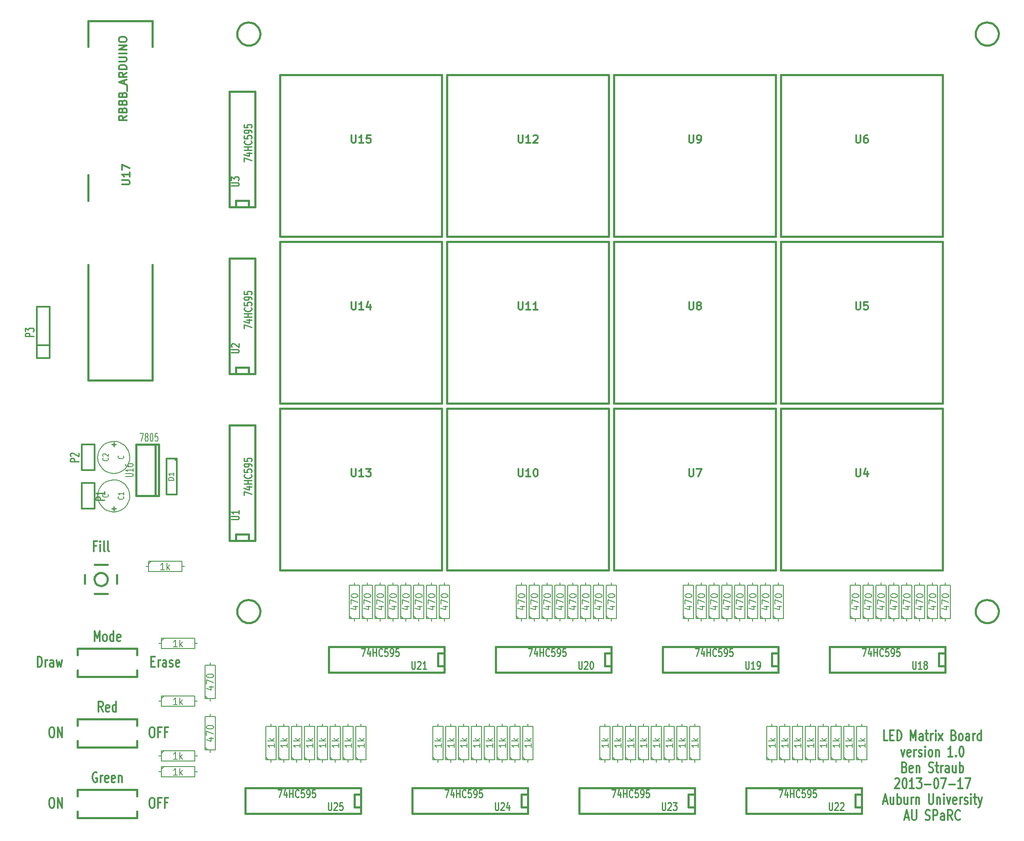
<source format=gto>
G04 (created by PCBNEW-RS274X (2012-01-19 BZR 3256)-stable) date 7/17/2013 1:40:20 PM*
G01*
G70*
G90*
%MOIN*%
G04 Gerber Fmt 3.4, Leading zero omitted, Abs format*
%FSLAX34Y34*%
G04 APERTURE LIST*
%ADD10C,0.006000*%
%ADD11C,0.012000*%
%ADD12C,0.015000*%
%ADD13C,0.008000*%
%ADD14C,0.005000*%
%ADD15C,0.010700*%
%ADD16C,0.011300*%
G04 APERTURE END LIST*
G54D10*
G54D11*
X100750Y-63074D02*
X100464Y-63074D01*
X100464Y-62274D01*
X100950Y-62655D02*
X101150Y-62655D01*
X101236Y-63074D02*
X100950Y-63074D01*
X100950Y-62274D01*
X101236Y-62274D01*
X101493Y-63074D02*
X101493Y-62274D01*
X101636Y-62274D01*
X101721Y-62312D01*
X101779Y-62388D01*
X101807Y-62464D01*
X101836Y-62617D01*
X101836Y-62731D01*
X101807Y-62883D01*
X101779Y-62960D01*
X101721Y-63036D01*
X101636Y-63074D01*
X101493Y-63074D01*
X102550Y-63074D02*
X102550Y-62274D01*
X102750Y-62845D01*
X102950Y-62274D01*
X102950Y-63074D01*
X103493Y-63074D02*
X103493Y-62655D01*
X103464Y-62579D01*
X103407Y-62540D01*
X103293Y-62540D01*
X103236Y-62579D01*
X103493Y-63036D02*
X103436Y-63074D01*
X103293Y-63074D01*
X103236Y-63036D01*
X103207Y-62960D01*
X103207Y-62883D01*
X103236Y-62807D01*
X103293Y-62769D01*
X103436Y-62769D01*
X103493Y-62731D01*
X103693Y-62540D02*
X103922Y-62540D01*
X103779Y-62274D02*
X103779Y-62960D01*
X103807Y-63036D01*
X103865Y-63074D01*
X103922Y-63074D01*
X104122Y-63074D02*
X104122Y-62540D01*
X104122Y-62693D02*
X104150Y-62617D01*
X104179Y-62579D01*
X104236Y-62540D01*
X104293Y-62540D01*
X104493Y-63074D02*
X104493Y-62540D01*
X104493Y-62274D02*
X104464Y-62312D01*
X104493Y-62350D01*
X104521Y-62312D01*
X104493Y-62274D01*
X104493Y-62350D01*
X104722Y-63074D02*
X105036Y-62540D01*
X104722Y-62540D02*
X105036Y-63074D01*
X105922Y-62655D02*
X106008Y-62693D01*
X106036Y-62731D01*
X106065Y-62807D01*
X106065Y-62921D01*
X106036Y-62998D01*
X106008Y-63036D01*
X105950Y-63074D01*
X105722Y-63074D01*
X105722Y-62274D01*
X105922Y-62274D01*
X105979Y-62312D01*
X106008Y-62350D01*
X106036Y-62426D01*
X106036Y-62502D01*
X106008Y-62579D01*
X105979Y-62617D01*
X105922Y-62655D01*
X105722Y-62655D01*
X106408Y-63074D02*
X106350Y-63036D01*
X106322Y-62998D01*
X106293Y-62921D01*
X106293Y-62693D01*
X106322Y-62617D01*
X106350Y-62579D01*
X106408Y-62540D01*
X106493Y-62540D01*
X106550Y-62579D01*
X106579Y-62617D01*
X106608Y-62693D01*
X106608Y-62921D01*
X106579Y-62998D01*
X106550Y-63036D01*
X106493Y-63074D01*
X106408Y-63074D01*
X107122Y-63074D02*
X107122Y-62655D01*
X107093Y-62579D01*
X107036Y-62540D01*
X106922Y-62540D01*
X106865Y-62579D01*
X107122Y-63036D02*
X107065Y-63074D01*
X106922Y-63074D01*
X106865Y-63036D01*
X106836Y-62960D01*
X106836Y-62883D01*
X106865Y-62807D01*
X106922Y-62769D01*
X107065Y-62769D01*
X107122Y-62731D01*
X107408Y-63074D02*
X107408Y-62540D01*
X107408Y-62693D02*
X107436Y-62617D01*
X107465Y-62579D01*
X107522Y-62540D01*
X107579Y-62540D01*
X108036Y-63074D02*
X108036Y-62274D01*
X108036Y-63036D02*
X107979Y-63074D01*
X107865Y-63074D01*
X107807Y-63036D01*
X107779Y-62998D01*
X107750Y-62921D01*
X107750Y-62693D01*
X107779Y-62617D01*
X107807Y-62579D01*
X107865Y-62540D01*
X107979Y-62540D01*
X108036Y-62579D01*
X101794Y-63780D02*
X101937Y-64314D01*
X102079Y-63780D01*
X102536Y-64276D02*
X102479Y-64314D01*
X102365Y-64314D01*
X102308Y-64276D01*
X102279Y-64200D01*
X102279Y-63895D01*
X102308Y-63819D01*
X102365Y-63780D01*
X102479Y-63780D01*
X102536Y-63819D01*
X102565Y-63895D01*
X102565Y-63971D01*
X102279Y-64047D01*
X102822Y-64314D02*
X102822Y-63780D01*
X102822Y-63933D02*
X102850Y-63857D01*
X102879Y-63819D01*
X102936Y-63780D01*
X102993Y-63780D01*
X103164Y-64276D02*
X103221Y-64314D01*
X103336Y-64314D01*
X103393Y-64276D01*
X103421Y-64200D01*
X103421Y-64161D01*
X103393Y-64085D01*
X103336Y-64047D01*
X103250Y-64047D01*
X103193Y-64009D01*
X103164Y-63933D01*
X103164Y-63895D01*
X103193Y-63819D01*
X103250Y-63780D01*
X103336Y-63780D01*
X103393Y-63819D01*
X103679Y-64314D02*
X103679Y-63780D01*
X103679Y-63514D02*
X103650Y-63552D01*
X103679Y-63590D01*
X103707Y-63552D01*
X103679Y-63514D01*
X103679Y-63590D01*
X104051Y-64314D02*
X103993Y-64276D01*
X103965Y-64238D01*
X103936Y-64161D01*
X103936Y-63933D01*
X103965Y-63857D01*
X103993Y-63819D01*
X104051Y-63780D01*
X104136Y-63780D01*
X104193Y-63819D01*
X104222Y-63857D01*
X104251Y-63933D01*
X104251Y-64161D01*
X104222Y-64238D01*
X104193Y-64276D01*
X104136Y-64314D01*
X104051Y-64314D01*
X104508Y-63780D02*
X104508Y-64314D01*
X104508Y-63857D02*
X104536Y-63819D01*
X104594Y-63780D01*
X104679Y-63780D01*
X104736Y-63819D01*
X104765Y-63895D01*
X104765Y-64314D01*
X105822Y-64314D02*
X105479Y-64314D01*
X105651Y-64314D02*
X105651Y-63514D01*
X105594Y-63628D01*
X105536Y-63704D01*
X105479Y-63742D01*
X106079Y-64238D02*
X106107Y-64276D01*
X106079Y-64314D01*
X106050Y-64276D01*
X106079Y-64238D01*
X106079Y-64314D01*
X106479Y-63514D02*
X106536Y-63514D01*
X106593Y-63552D01*
X106622Y-63590D01*
X106651Y-63666D01*
X106679Y-63819D01*
X106679Y-64009D01*
X106651Y-64161D01*
X106622Y-64238D01*
X106593Y-64276D01*
X106536Y-64314D01*
X106479Y-64314D01*
X106422Y-64276D01*
X106393Y-64238D01*
X106365Y-64161D01*
X106336Y-64009D01*
X106336Y-63819D01*
X106365Y-63666D01*
X106393Y-63590D01*
X106422Y-63552D01*
X106479Y-63514D01*
X102079Y-65135D02*
X102165Y-65173D01*
X102193Y-65211D01*
X102222Y-65287D01*
X102222Y-65401D01*
X102193Y-65478D01*
X102165Y-65516D01*
X102107Y-65554D01*
X101879Y-65554D01*
X101879Y-64754D01*
X102079Y-64754D01*
X102136Y-64792D01*
X102165Y-64830D01*
X102193Y-64906D01*
X102193Y-64982D01*
X102165Y-65059D01*
X102136Y-65097D01*
X102079Y-65135D01*
X101879Y-65135D01*
X102707Y-65516D02*
X102650Y-65554D01*
X102536Y-65554D01*
X102479Y-65516D01*
X102450Y-65440D01*
X102450Y-65135D01*
X102479Y-65059D01*
X102536Y-65020D01*
X102650Y-65020D01*
X102707Y-65059D01*
X102736Y-65135D01*
X102736Y-65211D01*
X102450Y-65287D01*
X102993Y-65020D02*
X102993Y-65554D01*
X102993Y-65097D02*
X103021Y-65059D01*
X103079Y-65020D01*
X103164Y-65020D01*
X103221Y-65059D01*
X103250Y-65135D01*
X103250Y-65554D01*
X103964Y-65516D02*
X104050Y-65554D01*
X104193Y-65554D01*
X104250Y-65516D01*
X104279Y-65478D01*
X104307Y-65401D01*
X104307Y-65325D01*
X104279Y-65249D01*
X104250Y-65211D01*
X104193Y-65173D01*
X104079Y-65135D01*
X104021Y-65097D01*
X103993Y-65059D01*
X103964Y-64982D01*
X103964Y-64906D01*
X103993Y-64830D01*
X104021Y-64792D01*
X104079Y-64754D01*
X104221Y-64754D01*
X104307Y-64792D01*
X104478Y-65020D02*
X104707Y-65020D01*
X104564Y-64754D02*
X104564Y-65440D01*
X104592Y-65516D01*
X104650Y-65554D01*
X104707Y-65554D01*
X104907Y-65554D02*
X104907Y-65020D01*
X104907Y-65173D02*
X104935Y-65097D01*
X104964Y-65059D01*
X105021Y-65020D01*
X105078Y-65020D01*
X105535Y-65554D02*
X105535Y-65135D01*
X105506Y-65059D01*
X105449Y-65020D01*
X105335Y-65020D01*
X105278Y-65059D01*
X105535Y-65516D02*
X105478Y-65554D01*
X105335Y-65554D01*
X105278Y-65516D01*
X105249Y-65440D01*
X105249Y-65363D01*
X105278Y-65287D01*
X105335Y-65249D01*
X105478Y-65249D01*
X105535Y-65211D01*
X106078Y-65020D02*
X106078Y-65554D01*
X105821Y-65020D02*
X105821Y-65440D01*
X105849Y-65516D01*
X105907Y-65554D01*
X105992Y-65554D01*
X106049Y-65516D01*
X106078Y-65478D01*
X106364Y-65554D02*
X106364Y-64754D01*
X106364Y-65059D02*
X106421Y-65020D01*
X106535Y-65020D01*
X106592Y-65059D01*
X106621Y-65097D01*
X106650Y-65173D01*
X106650Y-65401D01*
X106621Y-65478D01*
X106592Y-65516D01*
X106535Y-65554D01*
X106421Y-65554D01*
X106364Y-65516D01*
X101337Y-66070D02*
X101366Y-66032D01*
X101423Y-65994D01*
X101566Y-65994D01*
X101623Y-66032D01*
X101652Y-66070D01*
X101680Y-66146D01*
X101680Y-66222D01*
X101652Y-66337D01*
X101309Y-66794D01*
X101680Y-66794D01*
X102051Y-65994D02*
X102108Y-65994D01*
X102165Y-66032D01*
X102194Y-66070D01*
X102223Y-66146D01*
X102251Y-66299D01*
X102251Y-66489D01*
X102223Y-66641D01*
X102194Y-66718D01*
X102165Y-66756D01*
X102108Y-66794D01*
X102051Y-66794D01*
X101994Y-66756D01*
X101965Y-66718D01*
X101937Y-66641D01*
X101908Y-66489D01*
X101908Y-66299D01*
X101937Y-66146D01*
X101965Y-66070D01*
X101994Y-66032D01*
X102051Y-65994D01*
X102822Y-66794D02*
X102479Y-66794D01*
X102651Y-66794D02*
X102651Y-65994D01*
X102594Y-66108D01*
X102536Y-66184D01*
X102479Y-66222D01*
X103022Y-65994D02*
X103393Y-65994D01*
X103193Y-66299D01*
X103279Y-66299D01*
X103336Y-66337D01*
X103365Y-66375D01*
X103393Y-66451D01*
X103393Y-66641D01*
X103365Y-66718D01*
X103336Y-66756D01*
X103279Y-66794D01*
X103107Y-66794D01*
X103050Y-66756D01*
X103022Y-66718D01*
X103650Y-66489D02*
X104107Y-66489D01*
X104507Y-65994D02*
X104564Y-65994D01*
X104621Y-66032D01*
X104650Y-66070D01*
X104679Y-66146D01*
X104707Y-66299D01*
X104707Y-66489D01*
X104679Y-66641D01*
X104650Y-66718D01*
X104621Y-66756D01*
X104564Y-66794D01*
X104507Y-66794D01*
X104450Y-66756D01*
X104421Y-66718D01*
X104393Y-66641D01*
X104364Y-66489D01*
X104364Y-66299D01*
X104393Y-66146D01*
X104421Y-66070D01*
X104450Y-66032D01*
X104507Y-65994D01*
X104907Y-65994D02*
X105307Y-65994D01*
X105050Y-66794D01*
X105535Y-66489D02*
X105992Y-66489D01*
X106592Y-66794D02*
X106249Y-66794D01*
X106421Y-66794D02*
X106421Y-65994D01*
X106364Y-66108D01*
X106306Y-66184D01*
X106249Y-66222D01*
X106792Y-65994D02*
X107192Y-65994D01*
X106935Y-66794D01*
X100421Y-67805D02*
X100707Y-67805D01*
X100364Y-68034D02*
X100564Y-67234D01*
X100764Y-68034D01*
X101221Y-67500D02*
X101221Y-68034D01*
X100964Y-67500D02*
X100964Y-67920D01*
X100992Y-67996D01*
X101050Y-68034D01*
X101135Y-68034D01*
X101192Y-67996D01*
X101221Y-67958D01*
X101507Y-68034D02*
X101507Y-67234D01*
X101507Y-67539D02*
X101564Y-67500D01*
X101678Y-67500D01*
X101735Y-67539D01*
X101764Y-67577D01*
X101793Y-67653D01*
X101793Y-67881D01*
X101764Y-67958D01*
X101735Y-67996D01*
X101678Y-68034D01*
X101564Y-68034D01*
X101507Y-67996D01*
X102307Y-67500D02*
X102307Y-68034D01*
X102050Y-67500D02*
X102050Y-67920D01*
X102078Y-67996D01*
X102136Y-68034D01*
X102221Y-68034D01*
X102278Y-67996D01*
X102307Y-67958D01*
X102593Y-68034D02*
X102593Y-67500D01*
X102593Y-67653D02*
X102621Y-67577D01*
X102650Y-67539D01*
X102707Y-67500D01*
X102764Y-67500D01*
X102964Y-67500D02*
X102964Y-68034D01*
X102964Y-67577D02*
X102992Y-67539D01*
X103050Y-67500D01*
X103135Y-67500D01*
X103192Y-67539D01*
X103221Y-67615D01*
X103221Y-68034D01*
X103964Y-67234D02*
X103964Y-67881D01*
X103992Y-67958D01*
X104021Y-67996D01*
X104078Y-68034D01*
X104192Y-68034D01*
X104250Y-67996D01*
X104278Y-67958D01*
X104307Y-67881D01*
X104307Y-67234D01*
X104593Y-67500D02*
X104593Y-68034D01*
X104593Y-67577D02*
X104621Y-67539D01*
X104679Y-67500D01*
X104764Y-67500D01*
X104821Y-67539D01*
X104850Y-67615D01*
X104850Y-68034D01*
X105136Y-68034D02*
X105136Y-67500D01*
X105136Y-67234D02*
X105107Y-67272D01*
X105136Y-67310D01*
X105164Y-67272D01*
X105136Y-67234D01*
X105136Y-67310D01*
X105365Y-67500D02*
X105508Y-68034D01*
X105650Y-67500D01*
X106107Y-67996D02*
X106050Y-68034D01*
X105936Y-68034D01*
X105879Y-67996D01*
X105850Y-67920D01*
X105850Y-67615D01*
X105879Y-67539D01*
X105936Y-67500D01*
X106050Y-67500D01*
X106107Y-67539D01*
X106136Y-67615D01*
X106136Y-67691D01*
X105850Y-67767D01*
X106393Y-68034D02*
X106393Y-67500D01*
X106393Y-67653D02*
X106421Y-67577D01*
X106450Y-67539D01*
X106507Y-67500D01*
X106564Y-67500D01*
X106735Y-67996D02*
X106792Y-68034D01*
X106907Y-68034D01*
X106964Y-67996D01*
X106992Y-67920D01*
X106992Y-67881D01*
X106964Y-67805D01*
X106907Y-67767D01*
X106821Y-67767D01*
X106764Y-67729D01*
X106735Y-67653D01*
X106735Y-67615D01*
X106764Y-67539D01*
X106821Y-67500D01*
X106907Y-67500D01*
X106964Y-67539D01*
X107250Y-68034D02*
X107250Y-67500D01*
X107250Y-67234D02*
X107221Y-67272D01*
X107250Y-67310D01*
X107278Y-67272D01*
X107250Y-67234D01*
X107250Y-67310D01*
X107450Y-67500D02*
X107679Y-67500D01*
X107536Y-67234D02*
X107536Y-67920D01*
X107564Y-67996D01*
X107622Y-68034D01*
X107679Y-68034D01*
X107822Y-67500D02*
X107965Y-68034D01*
X108107Y-67500D02*
X107965Y-68034D01*
X107907Y-68224D01*
X107879Y-68262D01*
X107822Y-68300D01*
X102107Y-69045D02*
X102393Y-69045D01*
X102050Y-69274D02*
X102250Y-68474D01*
X102450Y-69274D01*
X102650Y-68474D02*
X102650Y-69121D01*
X102678Y-69198D01*
X102707Y-69236D01*
X102764Y-69274D01*
X102878Y-69274D01*
X102936Y-69236D01*
X102964Y-69198D01*
X102993Y-69121D01*
X102993Y-68474D01*
X103707Y-69236D02*
X103793Y-69274D01*
X103936Y-69274D01*
X103993Y-69236D01*
X104022Y-69198D01*
X104050Y-69121D01*
X104050Y-69045D01*
X104022Y-68969D01*
X103993Y-68931D01*
X103936Y-68893D01*
X103822Y-68855D01*
X103764Y-68817D01*
X103736Y-68779D01*
X103707Y-68702D01*
X103707Y-68626D01*
X103736Y-68550D01*
X103764Y-68512D01*
X103822Y-68474D01*
X103964Y-68474D01*
X104050Y-68512D01*
X104307Y-69274D02*
X104307Y-68474D01*
X104535Y-68474D01*
X104593Y-68512D01*
X104621Y-68550D01*
X104650Y-68626D01*
X104650Y-68740D01*
X104621Y-68817D01*
X104593Y-68855D01*
X104535Y-68893D01*
X104307Y-68893D01*
X105164Y-69274D02*
X105164Y-68855D01*
X105135Y-68779D01*
X105078Y-68740D01*
X104964Y-68740D01*
X104907Y-68779D01*
X105164Y-69236D02*
X105107Y-69274D01*
X104964Y-69274D01*
X104907Y-69236D01*
X104878Y-69160D01*
X104878Y-69083D01*
X104907Y-69007D01*
X104964Y-68969D01*
X105107Y-68969D01*
X105164Y-68931D01*
X105793Y-69274D02*
X105593Y-68893D01*
X105450Y-69274D02*
X105450Y-68474D01*
X105678Y-68474D01*
X105736Y-68512D01*
X105764Y-68550D01*
X105793Y-68626D01*
X105793Y-68740D01*
X105764Y-68817D01*
X105736Y-68855D01*
X105678Y-68893D01*
X105450Y-68893D01*
X106393Y-69198D02*
X106364Y-69236D01*
X106278Y-69274D01*
X106221Y-69274D01*
X106136Y-69236D01*
X106078Y-69160D01*
X106050Y-69083D01*
X106021Y-68931D01*
X106021Y-68817D01*
X106050Y-68664D01*
X106078Y-68588D01*
X106136Y-68512D01*
X106221Y-68474D01*
X106278Y-68474D01*
X106364Y-68512D01*
X106393Y-68550D01*
X39129Y-47905D02*
X38929Y-47905D01*
X38929Y-48324D02*
X38929Y-47524D01*
X39215Y-47524D01*
X39443Y-48324D02*
X39443Y-47790D01*
X39443Y-47524D02*
X39414Y-47562D01*
X39443Y-47600D01*
X39471Y-47562D01*
X39443Y-47524D01*
X39443Y-47600D01*
X39815Y-48324D02*
X39757Y-48286D01*
X39729Y-48210D01*
X39729Y-47524D01*
X40129Y-48324D02*
X40071Y-48286D01*
X40043Y-48210D01*
X40043Y-47524D01*
X43415Y-56905D02*
X43615Y-56905D01*
X43701Y-57324D02*
X43415Y-57324D01*
X43415Y-56524D01*
X43701Y-56524D01*
X43958Y-57324D02*
X43958Y-56790D01*
X43958Y-56943D02*
X43986Y-56867D01*
X44015Y-56829D01*
X44072Y-56790D01*
X44129Y-56790D01*
X44586Y-57324D02*
X44586Y-56905D01*
X44557Y-56829D01*
X44500Y-56790D01*
X44386Y-56790D01*
X44329Y-56829D01*
X44586Y-57286D02*
X44529Y-57324D01*
X44386Y-57324D01*
X44329Y-57286D01*
X44300Y-57210D01*
X44300Y-57133D01*
X44329Y-57057D01*
X44386Y-57019D01*
X44529Y-57019D01*
X44586Y-56981D01*
X44843Y-57286D02*
X44900Y-57324D01*
X45015Y-57324D01*
X45072Y-57286D01*
X45100Y-57210D01*
X45100Y-57171D01*
X45072Y-57095D01*
X45015Y-57057D01*
X44929Y-57057D01*
X44872Y-57019D01*
X44843Y-56943D01*
X44843Y-56905D01*
X44872Y-56829D01*
X44929Y-56790D01*
X45015Y-56790D01*
X45072Y-56829D01*
X45586Y-57286D02*
X45529Y-57324D01*
X45415Y-57324D01*
X45358Y-57286D01*
X45329Y-57210D01*
X45329Y-56905D01*
X45358Y-56829D01*
X45415Y-56790D01*
X45529Y-56790D01*
X45586Y-56829D01*
X45615Y-56905D01*
X45615Y-56981D01*
X45329Y-57057D01*
X34572Y-57324D02*
X34572Y-56524D01*
X34715Y-56524D01*
X34800Y-56562D01*
X34858Y-56638D01*
X34886Y-56714D01*
X34915Y-56867D01*
X34915Y-56981D01*
X34886Y-57133D01*
X34858Y-57210D01*
X34800Y-57286D01*
X34715Y-57324D01*
X34572Y-57324D01*
X35172Y-57324D02*
X35172Y-56790D01*
X35172Y-56943D02*
X35200Y-56867D01*
X35229Y-56829D01*
X35286Y-56790D01*
X35343Y-56790D01*
X35800Y-57324D02*
X35800Y-56905D01*
X35771Y-56829D01*
X35714Y-56790D01*
X35600Y-56790D01*
X35543Y-56829D01*
X35800Y-57286D02*
X35743Y-57324D01*
X35600Y-57324D01*
X35543Y-57286D01*
X35514Y-57210D01*
X35514Y-57133D01*
X35543Y-57057D01*
X35600Y-57019D01*
X35743Y-57019D01*
X35800Y-56981D01*
X36029Y-56790D02*
X36143Y-57324D01*
X36257Y-56943D01*
X36372Y-57324D01*
X36486Y-56790D01*
X43429Y-62024D02*
X43543Y-62024D01*
X43601Y-62062D01*
X43658Y-62138D01*
X43686Y-62290D01*
X43686Y-62557D01*
X43658Y-62710D01*
X43601Y-62786D01*
X43543Y-62824D01*
X43429Y-62824D01*
X43372Y-62786D01*
X43315Y-62710D01*
X43286Y-62557D01*
X43286Y-62290D01*
X43315Y-62138D01*
X43372Y-62062D01*
X43429Y-62024D01*
X44144Y-62405D02*
X43944Y-62405D01*
X43944Y-62824D02*
X43944Y-62024D01*
X44230Y-62024D01*
X44658Y-62405D02*
X44458Y-62405D01*
X44458Y-62824D02*
X44458Y-62024D01*
X44744Y-62024D01*
X35628Y-62024D02*
X35742Y-62024D01*
X35800Y-62062D01*
X35857Y-62138D01*
X35885Y-62290D01*
X35885Y-62557D01*
X35857Y-62710D01*
X35800Y-62786D01*
X35742Y-62824D01*
X35628Y-62824D01*
X35571Y-62786D01*
X35514Y-62710D01*
X35485Y-62557D01*
X35485Y-62290D01*
X35514Y-62138D01*
X35571Y-62062D01*
X35628Y-62024D01*
X36143Y-62824D02*
X36143Y-62024D01*
X36486Y-62824D01*
X36486Y-62024D01*
X43429Y-67524D02*
X43543Y-67524D01*
X43601Y-67562D01*
X43658Y-67638D01*
X43686Y-67790D01*
X43686Y-68057D01*
X43658Y-68210D01*
X43601Y-68286D01*
X43543Y-68324D01*
X43429Y-68324D01*
X43372Y-68286D01*
X43315Y-68210D01*
X43286Y-68057D01*
X43286Y-67790D01*
X43315Y-67638D01*
X43372Y-67562D01*
X43429Y-67524D01*
X44144Y-67905D02*
X43944Y-67905D01*
X43944Y-68324D02*
X43944Y-67524D01*
X44230Y-67524D01*
X44658Y-67905D02*
X44458Y-67905D01*
X44458Y-68324D02*
X44458Y-67524D01*
X44744Y-67524D01*
X35628Y-67524D02*
X35742Y-67524D01*
X35800Y-67562D01*
X35857Y-67638D01*
X35885Y-67790D01*
X35885Y-68057D01*
X35857Y-68210D01*
X35800Y-68286D01*
X35742Y-68324D01*
X35628Y-68324D01*
X35571Y-68286D01*
X35514Y-68210D01*
X35485Y-68057D01*
X35485Y-67790D01*
X35514Y-67638D01*
X35571Y-67562D01*
X35628Y-67524D01*
X36143Y-68324D02*
X36143Y-67524D01*
X36486Y-68324D01*
X36486Y-67524D01*
X39000Y-55324D02*
X39000Y-54524D01*
X39200Y-55095D01*
X39400Y-54524D01*
X39400Y-55324D01*
X39772Y-55324D02*
X39714Y-55286D01*
X39686Y-55248D01*
X39657Y-55171D01*
X39657Y-54943D01*
X39686Y-54867D01*
X39714Y-54829D01*
X39772Y-54790D01*
X39857Y-54790D01*
X39914Y-54829D01*
X39943Y-54867D01*
X39972Y-54943D01*
X39972Y-55171D01*
X39943Y-55248D01*
X39914Y-55286D01*
X39857Y-55324D01*
X39772Y-55324D01*
X40486Y-55324D02*
X40486Y-54524D01*
X40486Y-55286D02*
X40429Y-55324D01*
X40315Y-55324D01*
X40257Y-55286D01*
X40229Y-55248D01*
X40200Y-55171D01*
X40200Y-54943D01*
X40229Y-54867D01*
X40257Y-54829D01*
X40315Y-54790D01*
X40429Y-54790D01*
X40486Y-54829D01*
X41000Y-55286D02*
X40943Y-55324D01*
X40829Y-55324D01*
X40772Y-55286D01*
X40743Y-55210D01*
X40743Y-54905D01*
X40772Y-54829D01*
X40829Y-54790D01*
X40943Y-54790D01*
X41000Y-54829D01*
X41029Y-54905D01*
X41029Y-54981D01*
X40743Y-55057D01*
X39658Y-60824D02*
X39458Y-60443D01*
X39315Y-60824D02*
X39315Y-60024D01*
X39543Y-60024D01*
X39601Y-60062D01*
X39629Y-60100D01*
X39658Y-60176D01*
X39658Y-60290D01*
X39629Y-60367D01*
X39601Y-60405D01*
X39543Y-60443D01*
X39315Y-60443D01*
X40143Y-60786D02*
X40086Y-60824D01*
X39972Y-60824D01*
X39915Y-60786D01*
X39886Y-60710D01*
X39886Y-60405D01*
X39915Y-60329D01*
X39972Y-60290D01*
X40086Y-60290D01*
X40143Y-60329D01*
X40172Y-60405D01*
X40172Y-60481D01*
X39886Y-60557D01*
X40686Y-60824D02*
X40686Y-60024D01*
X40686Y-60786D02*
X40629Y-60824D01*
X40515Y-60824D01*
X40457Y-60786D01*
X40429Y-60748D01*
X40400Y-60671D01*
X40400Y-60443D01*
X40429Y-60367D01*
X40457Y-60329D01*
X40515Y-60290D01*
X40629Y-60290D01*
X40686Y-60329D01*
X39186Y-65562D02*
X39129Y-65524D01*
X39043Y-65524D01*
X38958Y-65562D01*
X38900Y-65638D01*
X38872Y-65714D01*
X38843Y-65867D01*
X38843Y-65981D01*
X38872Y-66133D01*
X38900Y-66210D01*
X38958Y-66286D01*
X39043Y-66324D01*
X39100Y-66324D01*
X39186Y-66286D01*
X39215Y-66248D01*
X39215Y-65981D01*
X39100Y-65981D01*
X39472Y-66324D02*
X39472Y-65790D01*
X39472Y-65943D02*
X39500Y-65867D01*
X39529Y-65829D01*
X39586Y-65790D01*
X39643Y-65790D01*
X40071Y-66286D02*
X40014Y-66324D01*
X39900Y-66324D01*
X39843Y-66286D01*
X39814Y-66210D01*
X39814Y-65905D01*
X39843Y-65829D01*
X39900Y-65790D01*
X40014Y-65790D01*
X40071Y-65829D01*
X40100Y-65905D01*
X40100Y-65981D01*
X39814Y-66057D01*
X40585Y-66286D02*
X40528Y-66324D01*
X40414Y-66324D01*
X40357Y-66286D01*
X40328Y-66210D01*
X40328Y-65905D01*
X40357Y-65829D01*
X40414Y-65790D01*
X40528Y-65790D01*
X40585Y-65829D01*
X40614Y-65905D01*
X40614Y-65981D01*
X40328Y-66057D01*
X40871Y-65790D02*
X40871Y-66324D01*
X40871Y-65867D02*
X40899Y-65829D01*
X40957Y-65790D01*
X41042Y-65790D01*
X41099Y-65829D01*
X41128Y-65905D01*
X41128Y-66324D01*
G54D12*
X109400Y-53000D02*
X109382Y-53174D01*
X109332Y-53342D01*
X109249Y-53498D01*
X109138Y-53634D01*
X109003Y-53746D01*
X108848Y-53829D01*
X108680Y-53881D01*
X108506Y-53899D01*
X108332Y-53884D01*
X108163Y-53834D01*
X108008Y-53753D01*
X107871Y-53643D01*
X107758Y-53508D01*
X107673Y-53354D01*
X107620Y-53187D01*
X107601Y-53012D01*
X107615Y-52838D01*
X107664Y-52669D01*
X107744Y-52513D01*
X107853Y-52375D01*
X107987Y-52261D01*
X108140Y-52176D01*
X108307Y-52121D01*
X108482Y-52101D01*
X108656Y-52114D01*
X108825Y-52161D01*
X108982Y-52241D01*
X109120Y-52349D01*
X109235Y-52482D01*
X109322Y-52634D01*
X109377Y-52801D01*
X109399Y-52975D01*
X109400Y-53000D01*
X109400Y-08000D02*
X109382Y-08174D01*
X109332Y-08342D01*
X109249Y-08498D01*
X109138Y-08634D01*
X109003Y-08746D01*
X108848Y-08829D01*
X108680Y-08881D01*
X108506Y-08899D01*
X108332Y-08884D01*
X108163Y-08834D01*
X108008Y-08753D01*
X107871Y-08643D01*
X107758Y-08508D01*
X107673Y-08354D01*
X107620Y-08187D01*
X107601Y-08012D01*
X107615Y-07838D01*
X107664Y-07669D01*
X107744Y-07513D01*
X107853Y-07375D01*
X107987Y-07261D01*
X108140Y-07176D01*
X108307Y-07121D01*
X108482Y-07101D01*
X108656Y-07114D01*
X108825Y-07161D01*
X108982Y-07241D01*
X109120Y-07349D01*
X109235Y-07482D01*
X109322Y-07634D01*
X109377Y-07801D01*
X109399Y-07975D01*
X109400Y-08000D01*
G54D11*
X39000Y-42000D02*
X38000Y-42000D01*
X38000Y-42000D02*
X38000Y-40000D01*
X38000Y-40000D02*
X39000Y-40000D01*
X39000Y-40000D02*
X39000Y-42000D01*
X38000Y-43000D02*
X39000Y-43000D01*
X39000Y-43000D02*
X39000Y-45000D01*
X39000Y-45000D02*
X38000Y-45000D01*
X38000Y-45000D02*
X38000Y-43000D01*
G54D12*
X53450Y-11200D02*
X53450Y-23800D01*
X66050Y-23800D02*
X53450Y-23800D01*
X66050Y-23800D02*
X66050Y-11200D01*
X66050Y-11200D02*
X53450Y-11200D01*
X53450Y-24200D02*
X53450Y-36800D01*
X66050Y-36800D02*
X53450Y-36800D01*
X66050Y-36800D02*
X66050Y-24200D01*
X66050Y-24200D02*
X53450Y-24200D01*
X53450Y-37200D02*
X53450Y-49800D01*
X66050Y-49800D02*
X53450Y-49800D01*
X66050Y-49800D02*
X66050Y-37200D01*
X66050Y-37200D02*
X53450Y-37200D01*
X66450Y-11200D02*
X66450Y-23800D01*
X79050Y-23800D02*
X66450Y-23800D01*
X79050Y-23800D02*
X79050Y-11200D01*
X79050Y-11200D02*
X66450Y-11200D01*
X66450Y-24200D02*
X66450Y-36800D01*
X79050Y-36800D02*
X66450Y-36800D01*
X79050Y-36800D02*
X79050Y-24200D01*
X79050Y-24200D02*
X66450Y-24200D01*
X66450Y-37200D02*
X66450Y-49800D01*
X79050Y-49800D02*
X66450Y-49800D01*
X79050Y-49800D02*
X79050Y-37200D01*
X79050Y-37200D02*
X66450Y-37200D01*
X79450Y-11200D02*
X79450Y-23800D01*
X92050Y-23800D02*
X79450Y-23800D01*
X92050Y-23800D02*
X92050Y-11200D01*
X92050Y-11200D02*
X79450Y-11200D01*
X79450Y-24200D02*
X79450Y-36800D01*
X92050Y-36800D02*
X79450Y-36800D01*
X92050Y-36800D02*
X92050Y-24200D01*
X92050Y-24200D02*
X79450Y-24200D01*
X79450Y-37200D02*
X79450Y-49800D01*
X92050Y-49800D02*
X79450Y-49800D01*
X92050Y-49800D02*
X92050Y-37200D01*
X92050Y-37200D02*
X79450Y-37200D01*
X92450Y-11200D02*
X92450Y-23800D01*
X105050Y-23800D02*
X92450Y-23800D01*
X105050Y-23800D02*
X105050Y-11200D01*
X105050Y-11200D02*
X92450Y-11200D01*
X92450Y-24200D02*
X92450Y-36800D01*
X105050Y-36800D02*
X92450Y-36800D01*
X105050Y-36800D02*
X105050Y-24200D01*
X105050Y-24200D02*
X92450Y-24200D01*
X92450Y-37200D02*
X92450Y-49800D01*
X105050Y-49800D02*
X92450Y-49800D01*
X105050Y-49800D02*
X105050Y-37200D01*
X105050Y-37200D02*
X92450Y-37200D01*
X50000Y-21500D02*
X50000Y-21500D01*
X50000Y-21500D02*
X50000Y-21000D01*
X50000Y-21000D02*
X51000Y-21000D01*
X51000Y-21000D02*
X51000Y-21500D01*
X49500Y-21500D02*
X49500Y-12500D01*
X49500Y-12500D02*
X51500Y-12500D01*
X51500Y-12500D02*
X51500Y-21500D01*
X51500Y-21500D02*
X49500Y-21500D01*
X50000Y-34500D02*
X50000Y-34500D01*
X50000Y-34500D02*
X50000Y-34000D01*
X50000Y-34000D02*
X51000Y-34000D01*
X51000Y-34000D02*
X51000Y-34500D01*
X49500Y-34500D02*
X49500Y-25500D01*
X49500Y-25500D02*
X51500Y-25500D01*
X51500Y-25500D02*
X51500Y-34500D01*
X51500Y-34500D02*
X49500Y-34500D01*
X50000Y-47500D02*
X50000Y-47500D01*
X50000Y-47500D02*
X50000Y-47000D01*
X50000Y-47000D02*
X51000Y-47000D01*
X51000Y-47000D02*
X51000Y-47500D01*
X49500Y-47500D02*
X49500Y-38500D01*
X49500Y-38500D02*
X51500Y-38500D01*
X51500Y-38500D02*
X51500Y-47500D01*
X51500Y-47500D02*
X49500Y-47500D01*
X43750Y-40000D02*
X44000Y-40000D01*
X44000Y-40000D02*
X44000Y-44000D01*
X44000Y-44000D02*
X43750Y-44000D01*
X42250Y-40000D02*
X43750Y-40000D01*
X43750Y-40000D02*
X43750Y-44000D01*
X43750Y-44000D02*
X42250Y-44000D01*
X42250Y-44000D02*
X42250Y-40000D01*
G54D13*
X65250Y-53750D02*
X65250Y-53550D01*
X65250Y-50750D02*
X65250Y-50950D01*
X65250Y-50950D02*
X64850Y-50950D01*
X64850Y-50950D02*
X64850Y-53550D01*
X64850Y-53550D02*
X65650Y-53550D01*
X65650Y-53550D02*
X65650Y-50950D01*
X65650Y-50950D02*
X65250Y-50950D01*
X65050Y-53550D02*
X64850Y-53350D01*
X73250Y-53750D02*
X73250Y-53550D01*
X73250Y-50750D02*
X73250Y-50950D01*
X73250Y-50950D02*
X72850Y-50950D01*
X72850Y-50950D02*
X72850Y-53550D01*
X72850Y-53550D02*
X73650Y-53550D01*
X73650Y-53550D02*
X73650Y-50950D01*
X73650Y-50950D02*
X73250Y-50950D01*
X73050Y-53550D02*
X72850Y-53350D01*
X72250Y-53750D02*
X72250Y-53550D01*
X72250Y-50750D02*
X72250Y-50950D01*
X72250Y-50950D02*
X71850Y-50950D01*
X71850Y-50950D02*
X71850Y-53550D01*
X71850Y-53550D02*
X72650Y-53550D01*
X72650Y-53550D02*
X72650Y-50950D01*
X72650Y-50950D02*
X72250Y-50950D01*
X72050Y-53550D02*
X71850Y-53350D01*
X74250Y-53750D02*
X74250Y-53550D01*
X74250Y-50750D02*
X74250Y-50950D01*
X74250Y-50950D02*
X73850Y-50950D01*
X73850Y-50950D02*
X73850Y-53550D01*
X73850Y-53550D02*
X74650Y-53550D01*
X74650Y-53550D02*
X74650Y-50950D01*
X74650Y-50950D02*
X74250Y-50950D01*
X74050Y-53550D02*
X73850Y-53350D01*
X75250Y-53750D02*
X75250Y-53550D01*
X75250Y-50750D02*
X75250Y-50950D01*
X75250Y-50950D02*
X74850Y-50950D01*
X74850Y-50950D02*
X74850Y-53550D01*
X74850Y-53550D02*
X75650Y-53550D01*
X75650Y-53550D02*
X75650Y-50950D01*
X75650Y-50950D02*
X75250Y-50950D01*
X75050Y-53550D02*
X74850Y-53350D01*
X62250Y-53750D02*
X62250Y-53550D01*
X62250Y-50750D02*
X62250Y-50950D01*
X62250Y-50950D02*
X61850Y-50950D01*
X61850Y-50950D02*
X61850Y-53550D01*
X61850Y-53550D02*
X62650Y-53550D01*
X62650Y-53550D02*
X62650Y-50950D01*
X62650Y-50950D02*
X62250Y-50950D01*
X62050Y-53550D02*
X61850Y-53350D01*
X61250Y-53750D02*
X61250Y-53550D01*
X61250Y-50750D02*
X61250Y-50950D01*
X61250Y-50950D02*
X60850Y-50950D01*
X60850Y-50950D02*
X60850Y-53550D01*
X60850Y-53550D02*
X61650Y-53550D01*
X61650Y-53550D02*
X61650Y-50950D01*
X61650Y-50950D02*
X61250Y-50950D01*
X61050Y-53550D02*
X60850Y-53350D01*
X59250Y-53750D02*
X59250Y-53550D01*
X59250Y-50750D02*
X59250Y-50950D01*
X59250Y-50950D02*
X58850Y-50950D01*
X58850Y-50950D02*
X58850Y-53550D01*
X58850Y-53550D02*
X59650Y-53550D01*
X59650Y-53550D02*
X59650Y-50950D01*
X59650Y-50950D02*
X59250Y-50950D01*
X59050Y-53550D02*
X58850Y-53350D01*
X60250Y-53750D02*
X60250Y-53550D01*
X60250Y-50750D02*
X60250Y-50950D01*
X60250Y-50950D02*
X59850Y-50950D01*
X59850Y-50950D02*
X59850Y-53550D01*
X59850Y-53550D02*
X60650Y-53550D01*
X60650Y-53550D02*
X60650Y-50950D01*
X60650Y-50950D02*
X60250Y-50950D01*
X60050Y-53550D02*
X59850Y-53350D01*
X64250Y-53750D02*
X64250Y-53550D01*
X64250Y-50750D02*
X64250Y-50950D01*
X64250Y-50950D02*
X63850Y-50950D01*
X63850Y-50950D02*
X63850Y-53550D01*
X63850Y-53550D02*
X64650Y-53550D01*
X64650Y-53550D02*
X64650Y-50950D01*
X64650Y-50950D02*
X64250Y-50950D01*
X64050Y-53550D02*
X63850Y-53350D01*
X63250Y-53750D02*
X63250Y-53550D01*
X63250Y-50750D02*
X63250Y-50950D01*
X63250Y-50950D02*
X62850Y-50950D01*
X62850Y-50950D02*
X62850Y-53550D01*
X62850Y-53550D02*
X63650Y-53550D01*
X63650Y-53550D02*
X63650Y-50950D01*
X63650Y-50950D02*
X63250Y-50950D01*
X63050Y-53550D02*
X62850Y-53350D01*
X76250Y-53750D02*
X76250Y-53550D01*
X76250Y-50750D02*
X76250Y-50950D01*
X76250Y-50950D02*
X75850Y-50950D01*
X75850Y-50950D02*
X75850Y-53550D01*
X75850Y-53550D02*
X76650Y-53550D01*
X76650Y-53550D02*
X76650Y-50950D01*
X76650Y-50950D02*
X76250Y-50950D01*
X76050Y-53550D02*
X75850Y-53350D01*
X66250Y-53750D02*
X66250Y-53550D01*
X66250Y-50750D02*
X66250Y-50950D01*
X66250Y-50950D02*
X65850Y-50950D01*
X65850Y-50950D02*
X65850Y-53550D01*
X65850Y-53550D02*
X66650Y-53550D01*
X66650Y-53550D02*
X66650Y-50950D01*
X66650Y-50950D02*
X66250Y-50950D01*
X66050Y-53550D02*
X65850Y-53350D01*
X94750Y-64750D02*
X94750Y-64550D01*
X94750Y-61750D02*
X94750Y-61950D01*
X94750Y-61950D02*
X94350Y-61950D01*
X94350Y-61950D02*
X94350Y-64550D01*
X94350Y-64550D02*
X95150Y-64550D01*
X95150Y-64550D02*
X95150Y-61950D01*
X95150Y-61950D02*
X94750Y-61950D01*
X94550Y-64550D02*
X94350Y-64350D01*
X93750Y-64750D02*
X93750Y-64550D01*
X93750Y-61750D02*
X93750Y-61950D01*
X93750Y-61950D02*
X93350Y-61950D01*
X93350Y-61950D02*
X93350Y-64550D01*
X93350Y-64550D02*
X94150Y-64550D01*
X94150Y-64550D02*
X94150Y-61950D01*
X94150Y-61950D02*
X93750Y-61950D01*
X93550Y-64550D02*
X93350Y-64350D01*
X91750Y-64750D02*
X91750Y-64550D01*
X91750Y-61750D02*
X91750Y-61950D01*
X91750Y-61950D02*
X91350Y-61950D01*
X91350Y-61950D02*
X91350Y-64550D01*
X91350Y-64550D02*
X92150Y-64550D01*
X92150Y-64550D02*
X92150Y-61950D01*
X92150Y-61950D02*
X91750Y-61950D01*
X91550Y-64550D02*
X91350Y-64350D01*
X92750Y-64750D02*
X92750Y-64550D01*
X92750Y-61750D02*
X92750Y-61950D01*
X92750Y-61950D02*
X92350Y-61950D01*
X92350Y-61950D02*
X92350Y-64550D01*
X92350Y-64550D02*
X93150Y-64550D01*
X93150Y-64550D02*
X93150Y-61950D01*
X93150Y-61950D02*
X92750Y-61950D01*
X92550Y-64550D02*
X92350Y-64350D01*
X96750Y-64750D02*
X96750Y-64550D01*
X96750Y-61750D02*
X96750Y-61950D01*
X96750Y-61950D02*
X96350Y-61950D01*
X96350Y-61950D02*
X96350Y-64550D01*
X96350Y-64550D02*
X97150Y-64550D01*
X97150Y-64550D02*
X97150Y-61950D01*
X97150Y-61950D02*
X96750Y-61950D01*
X96550Y-64550D02*
X96350Y-64350D01*
X95750Y-64750D02*
X95750Y-64550D01*
X95750Y-61750D02*
X95750Y-61950D01*
X95750Y-61950D02*
X95350Y-61950D01*
X95350Y-61950D02*
X95350Y-64550D01*
X95350Y-64550D02*
X96150Y-64550D01*
X96150Y-64550D02*
X96150Y-61950D01*
X96150Y-61950D02*
X95750Y-61950D01*
X95550Y-64550D02*
X95350Y-64350D01*
X97750Y-64750D02*
X97750Y-64550D01*
X97750Y-61750D02*
X97750Y-61950D01*
X97750Y-61950D02*
X97350Y-61950D01*
X97350Y-61950D02*
X97350Y-64550D01*
X97350Y-64550D02*
X98150Y-64550D01*
X98150Y-64550D02*
X98150Y-61950D01*
X98150Y-61950D02*
X97750Y-61950D01*
X97550Y-64550D02*
X97350Y-64350D01*
X87250Y-53750D02*
X87250Y-53550D01*
X87250Y-50750D02*
X87250Y-50950D01*
X87250Y-50950D02*
X86850Y-50950D01*
X86850Y-50950D02*
X86850Y-53550D01*
X86850Y-53550D02*
X87650Y-53550D01*
X87650Y-53550D02*
X87650Y-50950D01*
X87650Y-50950D02*
X87250Y-50950D01*
X87050Y-53550D02*
X86850Y-53350D01*
X105250Y-53750D02*
X105250Y-53550D01*
X105250Y-50750D02*
X105250Y-50950D01*
X105250Y-50950D02*
X104850Y-50950D01*
X104850Y-50950D02*
X104850Y-53550D01*
X104850Y-53550D02*
X105650Y-53550D01*
X105650Y-53550D02*
X105650Y-50950D01*
X105650Y-50950D02*
X105250Y-50950D01*
X105050Y-53550D02*
X104850Y-53350D01*
X104250Y-53750D02*
X104250Y-53550D01*
X104250Y-50750D02*
X104250Y-50950D01*
X104250Y-50950D02*
X103850Y-50950D01*
X103850Y-50950D02*
X103850Y-53550D01*
X103850Y-53550D02*
X104650Y-53550D01*
X104650Y-53550D02*
X104650Y-50950D01*
X104650Y-50950D02*
X104250Y-50950D01*
X104050Y-53550D02*
X103850Y-53350D01*
X102250Y-53750D02*
X102250Y-53550D01*
X102250Y-50750D02*
X102250Y-50950D01*
X102250Y-50950D02*
X101850Y-50950D01*
X101850Y-50950D02*
X101850Y-53550D01*
X101850Y-53550D02*
X102650Y-53550D01*
X102650Y-53550D02*
X102650Y-50950D01*
X102650Y-50950D02*
X102250Y-50950D01*
X102050Y-53550D02*
X101850Y-53350D01*
X103250Y-53750D02*
X103250Y-53550D01*
X103250Y-50750D02*
X103250Y-50950D01*
X103250Y-50950D02*
X102850Y-50950D01*
X102850Y-50950D02*
X102850Y-53550D01*
X102850Y-53550D02*
X103650Y-53550D01*
X103650Y-53550D02*
X103650Y-50950D01*
X103650Y-50950D02*
X103250Y-50950D01*
X103050Y-53550D02*
X102850Y-53350D01*
X99250Y-53750D02*
X99250Y-53550D01*
X99250Y-50750D02*
X99250Y-50950D01*
X99250Y-50950D02*
X98850Y-50950D01*
X98850Y-50950D02*
X98850Y-53550D01*
X98850Y-53550D02*
X99650Y-53550D01*
X99650Y-53550D02*
X99650Y-50950D01*
X99650Y-50950D02*
X99250Y-50950D01*
X99050Y-53550D02*
X98850Y-53350D01*
X98250Y-53750D02*
X98250Y-53550D01*
X98250Y-50750D02*
X98250Y-50950D01*
X98250Y-50950D02*
X97850Y-50950D01*
X97850Y-50950D02*
X97850Y-53550D01*
X97850Y-53550D02*
X98650Y-53550D01*
X98650Y-53550D02*
X98650Y-50950D01*
X98650Y-50950D02*
X98250Y-50950D01*
X98050Y-53550D02*
X97850Y-53350D01*
X100250Y-53750D02*
X100250Y-53550D01*
X100250Y-50750D02*
X100250Y-50950D01*
X100250Y-50950D02*
X99850Y-50950D01*
X99850Y-50950D02*
X99850Y-53550D01*
X99850Y-53550D02*
X100650Y-53550D01*
X100650Y-53550D02*
X100650Y-50950D01*
X100650Y-50950D02*
X100250Y-50950D01*
X100050Y-53550D02*
X99850Y-53350D01*
X101250Y-53750D02*
X101250Y-53550D01*
X101250Y-50750D02*
X101250Y-50950D01*
X101250Y-50950D02*
X100850Y-50950D01*
X100850Y-50950D02*
X100850Y-53550D01*
X100850Y-53550D02*
X101650Y-53550D01*
X101650Y-53550D02*
X101650Y-50950D01*
X101650Y-50950D02*
X101250Y-50950D01*
X101050Y-53550D02*
X100850Y-53350D01*
X88250Y-53750D02*
X88250Y-53550D01*
X88250Y-50750D02*
X88250Y-50950D01*
X88250Y-50950D02*
X87850Y-50950D01*
X87850Y-50950D02*
X87850Y-53550D01*
X87850Y-53550D02*
X88650Y-53550D01*
X88650Y-53550D02*
X88650Y-50950D01*
X88650Y-50950D02*
X88250Y-50950D01*
X88050Y-53550D02*
X87850Y-53350D01*
X77250Y-53750D02*
X77250Y-53550D01*
X77250Y-50750D02*
X77250Y-50950D01*
X77250Y-50950D02*
X76850Y-50950D01*
X76850Y-50950D02*
X76850Y-53550D01*
X76850Y-53550D02*
X77650Y-53550D01*
X77650Y-53550D02*
X77650Y-50950D01*
X77650Y-50950D02*
X77250Y-50950D01*
X77050Y-53550D02*
X76850Y-53350D01*
X85250Y-53750D02*
X85250Y-53550D01*
X85250Y-50750D02*
X85250Y-50950D01*
X85250Y-50950D02*
X84850Y-50950D01*
X84850Y-50950D02*
X84850Y-53550D01*
X84850Y-53550D02*
X85650Y-53550D01*
X85650Y-53550D02*
X85650Y-50950D01*
X85650Y-50950D02*
X85250Y-50950D01*
X85050Y-53550D02*
X84850Y-53350D01*
X86250Y-53750D02*
X86250Y-53550D01*
X86250Y-50750D02*
X86250Y-50950D01*
X86250Y-50950D02*
X85850Y-50950D01*
X85850Y-50950D02*
X85850Y-53550D01*
X85850Y-53550D02*
X86650Y-53550D01*
X86650Y-53550D02*
X86650Y-50950D01*
X86650Y-50950D02*
X86250Y-50950D01*
X86050Y-53550D02*
X85850Y-53350D01*
X90250Y-53750D02*
X90250Y-53550D01*
X90250Y-50750D02*
X90250Y-50950D01*
X90250Y-50950D02*
X89850Y-50950D01*
X89850Y-50950D02*
X89850Y-53550D01*
X89850Y-53550D02*
X90650Y-53550D01*
X90650Y-53550D02*
X90650Y-50950D01*
X90650Y-50950D02*
X90250Y-50950D01*
X90050Y-53550D02*
X89850Y-53350D01*
X89250Y-53750D02*
X89250Y-53550D01*
X89250Y-50750D02*
X89250Y-50950D01*
X89250Y-50950D02*
X88850Y-50950D01*
X88850Y-50950D02*
X88850Y-53550D01*
X88850Y-53550D02*
X89650Y-53550D01*
X89650Y-53550D02*
X89650Y-50950D01*
X89650Y-50950D02*
X89250Y-50950D01*
X89050Y-53550D02*
X88850Y-53350D01*
X91250Y-53750D02*
X91250Y-53550D01*
X91250Y-50750D02*
X91250Y-50950D01*
X91250Y-50950D02*
X90850Y-50950D01*
X90850Y-50950D02*
X90850Y-53550D01*
X90850Y-53550D02*
X91650Y-53550D01*
X91650Y-53550D02*
X91650Y-50950D01*
X91650Y-50950D02*
X91250Y-50950D01*
X91050Y-53550D02*
X90850Y-53350D01*
X92250Y-53750D02*
X92250Y-53550D01*
X92250Y-50750D02*
X92250Y-50950D01*
X92250Y-50950D02*
X91850Y-50950D01*
X91850Y-50950D02*
X91850Y-53550D01*
X91850Y-53550D02*
X92650Y-53550D01*
X92650Y-53550D02*
X92650Y-50950D01*
X92650Y-50950D02*
X92250Y-50950D01*
X92050Y-53550D02*
X91850Y-53350D01*
X79250Y-53750D02*
X79250Y-53550D01*
X79250Y-50750D02*
X79250Y-50950D01*
X79250Y-50950D02*
X78850Y-50950D01*
X78850Y-50950D02*
X78850Y-53550D01*
X78850Y-53550D02*
X79650Y-53550D01*
X79650Y-53550D02*
X79650Y-50950D01*
X79650Y-50950D02*
X79250Y-50950D01*
X79050Y-53550D02*
X78850Y-53350D01*
X78250Y-53750D02*
X78250Y-53550D01*
X78250Y-50750D02*
X78250Y-50950D01*
X78250Y-50950D02*
X77850Y-50950D01*
X77850Y-50950D02*
X77850Y-53550D01*
X77850Y-53550D02*
X78650Y-53550D01*
X78650Y-53550D02*
X78650Y-50950D01*
X78650Y-50950D02*
X78250Y-50950D01*
X78050Y-53550D02*
X77850Y-53350D01*
X85750Y-64750D02*
X85750Y-64550D01*
X85750Y-61750D02*
X85750Y-61950D01*
X85750Y-61950D02*
X85350Y-61950D01*
X85350Y-61950D02*
X85350Y-64550D01*
X85350Y-64550D02*
X86150Y-64550D01*
X86150Y-64550D02*
X86150Y-61950D01*
X86150Y-61950D02*
X85750Y-61950D01*
X85550Y-64550D02*
X85350Y-64350D01*
X98750Y-64750D02*
X98750Y-64550D01*
X98750Y-61750D02*
X98750Y-61950D01*
X98750Y-61950D02*
X98350Y-61950D01*
X98350Y-61950D02*
X98350Y-64550D01*
X98350Y-64550D02*
X99150Y-64550D01*
X99150Y-64550D02*
X99150Y-61950D01*
X99150Y-61950D02*
X98750Y-61950D01*
X98550Y-64550D02*
X98350Y-64350D01*
X43000Y-49500D02*
X43200Y-49500D01*
X46000Y-49500D02*
X45800Y-49500D01*
X45800Y-49500D02*
X45800Y-49100D01*
X45800Y-49100D02*
X43200Y-49100D01*
X43200Y-49100D02*
X43200Y-49900D01*
X43200Y-49900D02*
X45800Y-49900D01*
X45800Y-49900D02*
X45800Y-49500D01*
X43200Y-49300D02*
X43400Y-49100D01*
X44000Y-55500D02*
X44200Y-55500D01*
X47000Y-55500D02*
X46800Y-55500D01*
X46800Y-55500D02*
X46800Y-55100D01*
X46800Y-55100D02*
X44200Y-55100D01*
X44200Y-55100D02*
X44200Y-55900D01*
X44200Y-55900D02*
X46800Y-55900D01*
X46800Y-55900D02*
X46800Y-55500D01*
X44200Y-55300D02*
X44400Y-55100D01*
X48000Y-60000D02*
X48000Y-59800D01*
X48000Y-57000D02*
X48000Y-57200D01*
X48000Y-57200D02*
X47600Y-57200D01*
X47600Y-57200D02*
X47600Y-59800D01*
X47600Y-59800D02*
X48400Y-59800D01*
X48400Y-59800D02*
X48400Y-57200D01*
X48400Y-57200D02*
X48000Y-57200D01*
X47800Y-59800D02*
X47600Y-59600D01*
X44000Y-60000D02*
X44200Y-60000D01*
X47000Y-60000D02*
X46800Y-60000D01*
X46800Y-60000D02*
X46800Y-59600D01*
X46800Y-59600D02*
X44200Y-59600D01*
X44200Y-59600D02*
X44200Y-60400D01*
X44200Y-60400D02*
X46800Y-60400D01*
X46800Y-60400D02*
X46800Y-60000D01*
X44200Y-59800D02*
X44400Y-59600D01*
X48000Y-64000D02*
X48000Y-63800D01*
X48000Y-61000D02*
X48000Y-61200D01*
X48000Y-61200D02*
X47600Y-61200D01*
X47600Y-61200D02*
X47600Y-63800D01*
X47600Y-63800D02*
X48400Y-63800D01*
X48400Y-63800D02*
X48400Y-61200D01*
X48400Y-61200D02*
X48000Y-61200D01*
X47800Y-63800D02*
X47600Y-63600D01*
X44000Y-64250D02*
X44200Y-64250D01*
X47000Y-64250D02*
X46800Y-64250D01*
X46800Y-64250D02*
X46800Y-63850D01*
X46800Y-63850D02*
X44200Y-63850D01*
X44200Y-63850D02*
X44200Y-64650D01*
X44200Y-64650D02*
X46800Y-64650D01*
X46800Y-64650D02*
X46800Y-64250D01*
X44200Y-64050D02*
X44400Y-63850D01*
X44000Y-65500D02*
X44200Y-65500D01*
X47000Y-65500D02*
X46800Y-65500D01*
X46800Y-65500D02*
X46800Y-65100D01*
X46800Y-65100D02*
X44200Y-65100D01*
X44200Y-65100D02*
X44200Y-65900D01*
X44200Y-65900D02*
X46800Y-65900D01*
X46800Y-65900D02*
X46800Y-65500D01*
X44200Y-65300D02*
X44400Y-65100D01*
X59750Y-64750D02*
X59750Y-64550D01*
X59750Y-61750D02*
X59750Y-61950D01*
X59750Y-61950D02*
X59350Y-61950D01*
X59350Y-61950D02*
X59350Y-64550D01*
X59350Y-64550D02*
X60150Y-64550D01*
X60150Y-64550D02*
X60150Y-61950D01*
X60150Y-61950D02*
X59750Y-61950D01*
X59550Y-64550D02*
X59350Y-64350D01*
X58750Y-64750D02*
X58750Y-64550D01*
X58750Y-61750D02*
X58750Y-61950D01*
X58750Y-61950D02*
X58350Y-61950D01*
X58350Y-61950D02*
X58350Y-64550D01*
X58350Y-64550D02*
X59150Y-64550D01*
X59150Y-64550D02*
X59150Y-61950D01*
X59150Y-61950D02*
X58750Y-61950D01*
X58550Y-64550D02*
X58350Y-64350D01*
X56750Y-64750D02*
X56750Y-64550D01*
X56750Y-61750D02*
X56750Y-61950D01*
X56750Y-61950D02*
X56350Y-61950D01*
X56350Y-61950D02*
X56350Y-64550D01*
X56350Y-64550D02*
X57150Y-64550D01*
X57150Y-64550D02*
X57150Y-61950D01*
X57150Y-61950D02*
X56750Y-61950D01*
X56550Y-64550D02*
X56350Y-64350D01*
X57750Y-64750D02*
X57750Y-64550D01*
X57750Y-61750D02*
X57750Y-61950D01*
X57750Y-61950D02*
X57350Y-61950D01*
X57350Y-61950D02*
X57350Y-64550D01*
X57350Y-64550D02*
X58150Y-64550D01*
X58150Y-64550D02*
X58150Y-61950D01*
X58150Y-61950D02*
X57750Y-61950D01*
X57550Y-64550D02*
X57350Y-64350D01*
X53750Y-64750D02*
X53750Y-64550D01*
X53750Y-61750D02*
X53750Y-61950D01*
X53750Y-61950D02*
X53350Y-61950D01*
X53350Y-61950D02*
X53350Y-64550D01*
X53350Y-64550D02*
X54150Y-64550D01*
X54150Y-64550D02*
X54150Y-61950D01*
X54150Y-61950D02*
X53750Y-61950D01*
X53550Y-64550D02*
X53350Y-64350D01*
X52750Y-64750D02*
X52750Y-64550D01*
X52750Y-61750D02*
X52750Y-61950D01*
X52750Y-61950D02*
X52350Y-61950D01*
X52350Y-61950D02*
X52350Y-64550D01*
X52350Y-64550D02*
X53150Y-64550D01*
X53150Y-64550D02*
X53150Y-61950D01*
X53150Y-61950D02*
X52750Y-61950D01*
X52550Y-64550D02*
X52350Y-64350D01*
X54750Y-64750D02*
X54750Y-64550D01*
X54750Y-61750D02*
X54750Y-61950D01*
X54750Y-61950D02*
X54350Y-61950D01*
X54350Y-61950D02*
X54350Y-64550D01*
X54350Y-64550D02*
X55150Y-64550D01*
X55150Y-64550D02*
X55150Y-61950D01*
X55150Y-61950D02*
X54750Y-61950D01*
X54550Y-64550D02*
X54350Y-64350D01*
X55750Y-64750D02*
X55750Y-64550D01*
X55750Y-61750D02*
X55750Y-61950D01*
X55750Y-61950D02*
X55350Y-61950D01*
X55350Y-61950D02*
X55350Y-64550D01*
X55350Y-64550D02*
X56150Y-64550D01*
X56150Y-64550D02*
X56150Y-61950D01*
X56150Y-61950D02*
X55750Y-61950D01*
X55550Y-64550D02*
X55350Y-64350D01*
X68750Y-64750D02*
X68750Y-64550D01*
X68750Y-61750D02*
X68750Y-61950D01*
X68750Y-61950D02*
X68350Y-61950D01*
X68350Y-61950D02*
X68350Y-64550D01*
X68350Y-64550D02*
X69150Y-64550D01*
X69150Y-64550D02*
X69150Y-61950D01*
X69150Y-61950D02*
X68750Y-61950D01*
X68550Y-64550D02*
X68350Y-64350D01*
X84750Y-64750D02*
X84750Y-64550D01*
X84750Y-61750D02*
X84750Y-61950D01*
X84750Y-61950D02*
X84350Y-61950D01*
X84350Y-61950D02*
X84350Y-64550D01*
X84350Y-64550D02*
X85150Y-64550D01*
X85150Y-64550D02*
X85150Y-61950D01*
X85150Y-61950D02*
X84750Y-61950D01*
X84550Y-64550D02*
X84350Y-64350D01*
X82750Y-64750D02*
X82750Y-64550D01*
X82750Y-61750D02*
X82750Y-61950D01*
X82750Y-61950D02*
X82350Y-61950D01*
X82350Y-61950D02*
X82350Y-64550D01*
X82350Y-64550D02*
X83150Y-64550D01*
X83150Y-64550D02*
X83150Y-61950D01*
X83150Y-61950D02*
X82750Y-61950D01*
X82550Y-64550D02*
X82350Y-64350D01*
X83750Y-64750D02*
X83750Y-64550D01*
X83750Y-61750D02*
X83750Y-61950D01*
X83750Y-61950D02*
X83350Y-61950D01*
X83350Y-61950D02*
X83350Y-64550D01*
X83350Y-64550D02*
X84150Y-64550D01*
X84150Y-64550D02*
X84150Y-61950D01*
X84150Y-61950D02*
X83750Y-61950D01*
X83550Y-64550D02*
X83350Y-64350D01*
X79750Y-64750D02*
X79750Y-64550D01*
X79750Y-61750D02*
X79750Y-61950D01*
X79750Y-61950D02*
X79350Y-61950D01*
X79350Y-61950D02*
X79350Y-64550D01*
X79350Y-64550D02*
X80150Y-64550D01*
X80150Y-64550D02*
X80150Y-61950D01*
X80150Y-61950D02*
X79750Y-61950D01*
X79550Y-64550D02*
X79350Y-64350D01*
X78750Y-64750D02*
X78750Y-64550D01*
X78750Y-61750D02*
X78750Y-61950D01*
X78750Y-61950D02*
X78350Y-61950D01*
X78350Y-61950D02*
X78350Y-64550D01*
X78350Y-64550D02*
X79150Y-64550D01*
X79150Y-64550D02*
X79150Y-61950D01*
X79150Y-61950D02*
X78750Y-61950D01*
X78550Y-64550D02*
X78350Y-64350D01*
X80750Y-64750D02*
X80750Y-64550D01*
X80750Y-61750D02*
X80750Y-61950D01*
X80750Y-61950D02*
X80350Y-61950D01*
X80350Y-61950D02*
X80350Y-64550D01*
X80350Y-64550D02*
X81150Y-64550D01*
X81150Y-64550D02*
X81150Y-61950D01*
X81150Y-61950D02*
X80750Y-61950D01*
X80550Y-64550D02*
X80350Y-64350D01*
X81750Y-64750D02*
X81750Y-64550D01*
X81750Y-61750D02*
X81750Y-61950D01*
X81750Y-61950D02*
X81350Y-61950D01*
X81350Y-61950D02*
X81350Y-64550D01*
X81350Y-64550D02*
X82150Y-64550D01*
X82150Y-64550D02*
X82150Y-61950D01*
X82150Y-61950D02*
X81750Y-61950D01*
X81550Y-64550D02*
X81350Y-64350D01*
X72750Y-64750D02*
X72750Y-64550D01*
X72750Y-61750D02*
X72750Y-61950D01*
X72750Y-61950D02*
X72350Y-61950D01*
X72350Y-61950D02*
X72350Y-64550D01*
X72350Y-64550D02*
X73150Y-64550D01*
X73150Y-64550D02*
X73150Y-61950D01*
X73150Y-61950D02*
X72750Y-61950D01*
X72550Y-64550D02*
X72350Y-64350D01*
X71750Y-64750D02*
X71750Y-64550D01*
X71750Y-61750D02*
X71750Y-61950D01*
X71750Y-61950D02*
X71350Y-61950D01*
X71350Y-61950D02*
X71350Y-64550D01*
X71350Y-64550D02*
X72150Y-64550D01*
X72150Y-64550D02*
X72150Y-61950D01*
X72150Y-61950D02*
X71750Y-61950D01*
X71550Y-64550D02*
X71350Y-64350D01*
X69750Y-64750D02*
X69750Y-64550D01*
X69750Y-61750D02*
X69750Y-61950D01*
X69750Y-61950D02*
X69350Y-61950D01*
X69350Y-61950D02*
X69350Y-64550D01*
X69350Y-64550D02*
X70150Y-64550D01*
X70150Y-64550D02*
X70150Y-61950D01*
X70150Y-61950D02*
X69750Y-61950D01*
X69550Y-64550D02*
X69350Y-64350D01*
X70750Y-64750D02*
X70750Y-64550D01*
X70750Y-61750D02*
X70750Y-61950D01*
X70750Y-61950D02*
X70350Y-61950D01*
X70350Y-61950D02*
X70350Y-64550D01*
X70350Y-64550D02*
X71150Y-64550D01*
X71150Y-64550D02*
X71150Y-61950D01*
X71150Y-61950D02*
X70750Y-61950D01*
X70550Y-64550D02*
X70350Y-64350D01*
X66750Y-64750D02*
X66750Y-64550D01*
X66750Y-61750D02*
X66750Y-61950D01*
X66750Y-61950D02*
X66350Y-61950D01*
X66350Y-61950D02*
X66350Y-64550D01*
X66350Y-64550D02*
X67150Y-64550D01*
X67150Y-64550D02*
X67150Y-61950D01*
X67150Y-61950D02*
X66750Y-61950D01*
X66550Y-64550D02*
X66350Y-64350D01*
X65750Y-64750D02*
X65750Y-64550D01*
X65750Y-61750D02*
X65750Y-61950D01*
X65750Y-61950D02*
X65350Y-61950D01*
X65350Y-61950D02*
X65350Y-64550D01*
X65350Y-64550D02*
X66150Y-64550D01*
X66150Y-64550D02*
X66150Y-61950D01*
X66150Y-61950D02*
X65750Y-61950D01*
X65550Y-64550D02*
X65350Y-64350D01*
X67750Y-64750D02*
X67750Y-64550D01*
X67750Y-61750D02*
X67750Y-61950D01*
X67750Y-61950D02*
X67350Y-61950D01*
X67350Y-61950D02*
X67350Y-64550D01*
X67350Y-64550D02*
X68150Y-64550D01*
X68150Y-64550D02*
X68150Y-61950D01*
X68150Y-61950D02*
X67750Y-61950D01*
X67550Y-64550D02*
X67350Y-64350D01*
G54D12*
X98750Y-68250D02*
X98750Y-68250D01*
X98750Y-68250D02*
X98250Y-68250D01*
X98250Y-68250D02*
X98250Y-67250D01*
X98250Y-67250D02*
X98750Y-67250D01*
X98750Y-68750D02*
X89750Y-68750D01*
X89750Y-68750D02*
X89750Y-66750D01*
X89750Y-66750D02*
X98750Y-66750D01*
X98750Y-66750D02*
X98750Y-68750D01*
X85750Y-68250D02*
X85750Y-68250D01*
X85750Y-68250D02*
X85250Y-68250D01*
X85250Y-68250D02*
X85250Y-67250D01*
X85250Y-67250D02*
X85750Y-67250D01*
X85750Y-68750D02*
X76750Y-68750D01*
X76750Y-68750D02*
X76750Y-66750D01*
X76750Y-66750D02*
X85750Y-66750D01*
X85750Y-66750D02*
X85750Y-68750D01*
X72750Y-68250D02*
X72750Y-68250D01*
X72750Y-68250D02*
X72250Y-68250D01*
X72250Y-68250D02*
X72250Y-67250D01*
X72250Y-67250D02*
X72750Y-67250D01*
X72750Y-68750D02*
X63750Y-68750D01*
X63750Y-68750D02*
X63750Y-66750D01*
X63750Y-66750D02*
X72750Y-66750D01*
X72750Y-66750D02*
X72750Y-68750D01*
X59750Y-68250D02*
X59750Y-68250D01*
X59750Y-68250D02*
X59250Y-68250D01*
X59250Y-68250D02*
X59250Y-67250D01*
X59250Y-67250D02*
X59750Y-67250D01*
X59750Y-68750D02*
X50750Y-68750D01*
X50750Y-68750D02*
X50750Y-66750D01*
X50750Y-66750D02*
X59750Y-66750D01*
X59750Y-66750D02*
X59750Y-68750D01*
X105250Y-57250D02*
X105250Y-57250D01*
X105250Y-57250D02*
X104750Y-57250D01*
X104750Y-57250D02*
X104750Y-56250D01*
X104750Y-56250D02*
X105250Y-56250D01*
X105250Y-57750D02*
X96250Y-57750D01*
X96250Y-57750D02*
X96250Y-55750D01*
X96250Y-55750D02*
X105250Y-55750D01*
X105250Y-55750D02*
X105250Y-57750D01*
X66250Y-57250D02*
X66250Y-57250D01*
X66250Y-57250D02*
X65750Y-57250D01*
X65750Y-57250D02*
X65750Y-56250D01*
X65750Y-56250D02*
X66250Y-56250D01*
X66250Y-57750D02*
X57250Y-57750D01*
X57250Y-57750D02*
X57250Y-55750D01*
X57250Y-55750D02*
X66250Y-55750D01*
X66250Y-55750D02*
X66250Y-57750D01*
X79250Y-57250D02*
X79250Y-57250D01*
X79250Y-57250D02*
X78750Y-57250D01*
X78750Y-57250D02*
X78750Y-56250D01*
X78750Y-56250D02*
X79250Y-56250D01*
X79250Y-57750D02*
X70250Y-57750D01*
X70250Y-57750D02*
X70250Y-55750D01*
X70250Y-55750D02*
X79250Y-55750D01*
X79250Y-55750D02*
X79250Y-57750D01*
X92250Y-57250D02*
X92250Y-57250D01*
X92250Y-57250D02*
X91750Y-57250D01*
X91750Y-57250D02*
X91750Y-56250D01*
X91750Y-56250D02*
X92250Y-56250D01*
X92250Y-57750D02*
X83250Y-57750D01*
X83250Y-57750D02*
X83250Y-55750D01*
X83250Y-55750D02*
X92250Y-55750D01*
X92250Y-55750D02*
X92250Y-57750D01*
G54D11*
X45400Y-41100D02*
X45400Y-43900D01*
X45400Y-43900D02*
X44600Y-43900D01*
X44600Y-43900D02*
X44600Y-41100D01*
X44600Y-41100D02*
X45400Y-41100D01*
X45200Y-41100D02*
X45400Y-41300D01*
G54D14*
X41750Y-44000D02*
X41726Y-44242D01*
X41655Y-44476D01*
X41541Y-44691D01*
X41386Y-44880D01*
X41198Y-45036D01*
X40984Y-45152D01*
X40751Y-45224D01*
X40508Y-45249D01*
X40266Y-45227D01*
X40032Y-45158D01*
X39816Y-45045D01*
X39626Y-44893D01*
X39469Y-44706D01*
X39352Y-44492D01*
X39278Y-44259D01*
X39251Y-44017D01*
X39271Y-43775D01*
X39338Y-43540D01*
X39450Y-43323D01*
X39601Y-43132D01*
X39787Y-42974D01*
X40000Y-42855D01*
X40232Y-42780D01*
X40474Y-42751D01*
X40717Y-42769D01*
X40952Y-42835D01*
X41169Y-42945D01*
X41362Y-43095D01*
X41521Y-43280D01*
X41641Y-43492D01*
X41718Y-43724D01*
X41749Y-43966D01*
X41750Y-44000D01*
X41750Y-41000D02*
X41726Y-41242D01*
X41655Y-41476D01*
X41541Y-41691D01*
X41386Y-41880D01*
X41198Y-42036D01*
X40984Y-42152D01*
X40751Y-42224D01*
X40508Y-42249D01*
X40266Y-42227D01*
X40032Y-42158D01*
X39816Y-42045D01*
X39626Y-41893D01*
X39469Y-41706D01*
X39352Y-41492D01*
X39278Y-41259D01*
X39251Y-41017D01*
X39271Y-40775D01*
X39338Y-40540D01*
X39450Y-40323D01*
X39601Y-40132D01*
X39787Y-39974D01*
X40000Y-39855D01*
X40232Y-39780D01*
X40474Y-39751D01*
X40717Y-39769D01*
X40952Y-39835D01*
X41169Y-39945D01*
X41362Y-40095D01*
X41521Y-40280D01*
X41641Y-40492D01*
X41718Y-40724D01*
X41749Y-40966D01*
X41750Y-41000D01*
G54D11*
X34500Y-33250D02*
X34500Y-33250D01*
X35500Y-33250D02*
X34500Y-33250D01*
X34500Y-33250D02*
X34500Y-33250D01*
X34500Y-33250D02*
X34500Y-29250D01*
X34500Y-29250D02*
X35500Y-29250D01*
X35500Y-29250D02*
X35500Y-33250D01*
X35500Y-32250D02*
X34500Y-32250D01*
G54D12*
X38500Y-21000D02*
X38500Y-19000D01*
X38500Y-26000D02*
X38500Y-35000D01*
X38500Y-35000D02*
X43500Y-35000D01*
X43500Y-35000D02*
X43500Y-26000D01*
X38500Y-09000D02*
X38500Y-07000D01*
X38500Y-07000D02*
X43500Y-07000D01*
X43500Y-07000D02*
X43500Y-09000D01*
X51900Y-53000D02*
X51882Y-53174D01*
X51832Y-53342D01*
X51749Y-53498D01*
X51638Y-53634D01*
X51503Y-53746D01*
X51348Y-53829D01*
X51180Y-53881D01*
X51006Y-53899D01*
X50832Y-53884D01*
X50663Y-53834D01*
X50508Y-53753D01*
X50371Y-53643D01*
X50258Y-53508D01*
X50173Y-53354D01*
X50120Y-53187D01*
X50101Y-53012D01*
X50115Y-52838D01*
X50164Y-52669D01*
X50244Y-52513D01*
X50353Y-52375D01*
X50487Y-52261D01*
X50640Y-52176D01*
X50807Y-52121D01*
X50982Y-52101D01*
X51156Y-52114D01*
X51325Y-52161D01*
X51482Y-52241D01*
X51620Y-52349D01*
X51735Y-52482D01*
X51822Y-52634D01*
X51877Y-52801D01*
X51899Y-52975D01*
X51900Y-53000D01*
X40014Y-50500D02*
X40004Y-50599D01*
X39975Y-50695D01*
X39928Y-50784D01*
X39864Y-50862D01*
X39787Y-50926D01*
X39699Y-50973D01*
X39603Y-51003D01*
X39503Y-51013D01*
X39404Y-51004D01*
X39308Y-50976D01*
X39219Y-50930D01*
X39141Y-50867D01*
X39076Y-50790D01*
X39028Y-50702D01*
X38998Y-50606D01*
X38987Y-50507D01*
X38995Y-50408D01*
X39023Y-50311D01*
X39068Y-50222D01*
X39131Y-50143D01*
X39207Y-50078D01*
X39295Y-50029D01*
X39390Y-49998D01*
X39490Y-49987D01*
X39589Y-49994D01*
X39685Y-50021D01*
X39775Y-50067D01*
X39854Y-50128D01*
X39920Y-50204D01*
X39969Y-50291D01*
X40001Y-50387D01*
X40013Y-50486D01*
X40014Y-50500D01*
X40750Y-50175D02*
X40750Y-50825D01*
X38250Y-50175D02*
X38250Y-50825D01*
X39000Y-51625D02*
X40000Y-51625D01*
X39000Y-49375D02*
X40000Y-49375D01*
X51900Y-08000D02*
X51882Y-08174D01*
X51832Y-08342D01*
X51749Y-08498D01*
X51638Y-08634D01*
X51503Y-08746D01*
X51348Y-08829D01*
X51180Y-08881D01*
X51006Y-08899D01*
X50832Y-08884D01*
X50663Y-08834D01*
X50508Y-08753D01*
X50371Y-08643D01*
X50258Y-08508D01*
X50173Y-08354D01*
X50120Y-08187D01*
X50101Y-08012D01*
X50115Y-07838D01*
X50164Y-07669D01*
X50244Y-07513D01*
X50353Y-07375D01*
X50487Y-07261D01*
X50640Y-07176D01*
X50807Y-07121D01*
X50982Y-07101D01*
X51156Y-07114D01*
X51325Y-07161D01*
X51482Y-07241D01*
X51620Y-07349D01*
X51735Y-07482D01*
X51822Y-07634D01*
X51877Y-07801D01*
X51899Y-07975D01*
X51900Y-08000D01*
X37680Y-57600D02*
X37680Y-58110D01*
X37680Y-58110D02*
X42320Y-58110D01*
X42320Y-56400D02*
X42320Y-55890D01*
X42320Y-55890D02*
X37680Y-55890D01*
X37680Y-55890D02*
X37680Y-56400D01*
X42320Y-58110D02*
X42320Y-57600D01*
X37680Y-63100D02*
X37680Y-63610D01*
X37680Y-63610D02*
X42320Y-63610D01*
X42320Y-61900D02*
X42320Y-61390D01*
X42320Y-61390D02*
X37680Y-61390D01*
X37680Y-61390D02*
X37680Y-61900D01*
X42320Y-63610D02*
X42320Y-63100D01*
X37680Y-68600D02*
X37680Y-69110D01*
X37680Y-69110D02*
X42320Y-69110D01*
X42320Y-67400D02*
X42320Y-66890D01*
X42320Y-66890D02*
X37680Y-66890D01*
X37680Y-66890D02*
X37680Y-67400D01*
X42320Y-69110D02*
X42320Y-68600D01*
G54D15*
X37775Y-41316D02*
X37094Y-41316D01*
X37094Y-41153D01*
X37127Y-41112D01*
X37159Y-41092D01*
X37224Y-41072D01*
X37321Y-41072D01*
X37386Y-41092D01*
X37418Y-41112D01*
X37451Y-41153D01*
X37451Y-41316D01*
X37159Y-40908D02*
X37127Y-40888D01*
X37094Y-40847D01*
X37094Y-40745D01*
X37127Y-40705D01*
X37159Y-40684D01*
X37224Y-40664D01*
X37289Y-40664D01*
X37386Y-40684D01*
X37775Y-40929D01*
X37775Y-40664D01*
X39775Y-44316D02*
X39094Y-44316D01*
X39094Y-44153D01*
X39127Y-44112D01*
X39159Y-44092D01*
X39224Y-44072D01*
X39321Y-44072D01*
X39386Y-44092D01*
X39418Y-44112D01*
X39451Y-44153D01*
X39451Y-44316D01*
X39775Y-43664D02*
X39775Y-43908D01*
X39775Y-43786D02*
X39094Y-43786D01*
X39191Y-43827D01*
X39256Y-43868D01*
X39289Y-43908D01*
G54D11*
X59008Y-15893D02*
X59008Y-16379D01*
X59036Y-16436D01*
X59065Y-16464D01*
X59122Y-16493D01*
X59236Y-16493D01*
X59294Y-16464D01*
X59322Y-16436D01*
X59351Y-16379D01*
X59351Y-15893D01*
X59951Y-16493D02*
X59608Y-16493D01*
X59780Y-16493D02*
X59780Y-15893D01*
X59723Y-15979D01*
X59665Y-16036D01*
X59608Y-16064D01*
X60494Y-15893D02*
X60208Y-15893D01*
X60179Y-16179D01*
X60208Y-16150D01*
X60265Y-16121D01*
X60408Y-16121D01*
X60465Y-16150D01*
X60494Y-16179D01*
X60522Y-16236D01*
X60522Y-16379D01*
X60494Y-16436D01*
X60465Y-16464D01*
X60408Y-16493D01*
X60265Y-16493D01*
X60208Y-16464D01*
X60179Y-16436D01*
X59008Y-28893D02*
X59008Y-29379D01*
X59036Y-29436D01*
X59065Y-29464D01*
X59122Y-29493D01*
X59236Y-29493D01*
X59294Y-29464D01*
X59322Y-29436D01*
X59351Y-29379D01*
X59351Y-28893D01*
X59951Y-29493D02*
X59608Y-29493D01*
X59780Y-29493D02*
X59780Y-28893D01*
X59723Y-28979D01*
X59665Y-29036D01*
X59608Y-29064D01*
X60465Y-29093D02*
X60465Y-29493D01*
X60322Y-28864D02*
X60179Y-29293D01*
X60551Y-29293D01*
X59008Y-41893D02*
X59008Y-42379D01*
X59036Y-42436D01*
X59065Y-42464D01*
X59122Y-42493D01*
X59236Y-42493D01*
X59294Y-42464D01*
X59322Y-42436D01*
X59351Y-42379D01*
X59351Y-41893D01*
X59951Y-42493D02*
X59608Y-42493D01*
X59780Y-42493D02*
X59780Y-41893D01*
X59723Y-41979D01*
X59665Y-42036D01*
X59608Y-42064D01*
X60151Y-41893D02*
X60522Y-41893D01*
X60322Y-42121D01*
X60408Y-42121D01*
X60465Y-42150D01*
X60494Y-42179D01*
X60522Y-42236D01*
X60522Y-42379D01*
X60494Y-42436D01*
X60465Y-42464D01*
X60408Y-42493D01*
X60236Y-42493D01*
X60179Y-42464D01*
X60151Y-42436D01*
X72008Y-15893D02*
X72008Y-16379D01*
X72036Y-16436D01*
X72065Y-16464D01*
X72122Y-16493D01*
X72236Y-16493D01*
X72294Y-16464D01*
X72322Y-16436D01*
X72351Y-16379D01*
X72351Y-15893D01*
X72951Y-16493D02*
X72608Y-16493D01*
X72780Y-16493D02*
X72780Y-15893D01*
X72723Y-15979D01*
X72665Y-16036D01*
X72608Y-16064D01*
X73179Y-15950D02*
X73208Y-15921D01*
X73265Y-15893D01*
X73408Y-15893D01*
X73465Y-15921D01*
X73494Y-15950D01*
X73522Y-16007D01*
X73522Y-16064D01*
X73494Y-16150D01*
X73151Y-16493D01*
X73522Y-16493D01*
X72008Y-28893D02*
X72008Y-29379D01*
X72036Y-29436D01*
X72065Y-29464D01*
X72122Y-29493D01*
X72236Y-29493D01*
X72294Y-29464D01*
X72322Y-29436D01*
X72351Y-29379D01*
X72351Y-28893D01*
X72951Y-29493D02*
X72608Y-29493D01*
X72780Y-29493D02*
X72780Y-28893D01*
X72723Y-28979D01*
X72665Y-29036D01*
X72608Y-29064D01*
X73522Y-29493D02*
X73179Y-29493D01*
X73351Y-29493D02*
X73351Y-28893D01*
X73294Y-28979D01*
X73236Y-29036D01*
X73179Y-29064D01*
X72008Y-41893D02*
X72008Y-42379D01*
X72036Y-42436D01*
X72065Y-42464D01*
X72122Y-42493D01*
X72236Y-42493D01*
X72294Y-42464D01*
X72322Y-42436D01*
X72351Y-42379D01*
X72351Y-41893D01*
X72951Y-42493D02*
X72608Y-42493D01*
X72780Y-42493D02*
X72780Y-41893D01*
X72723Y-41979D01*
X72665Y-42036D01*
X72608Y-42064D01*
X73322Y-41893D02*
X73379Y-41893D01*
X73436Y-41921D01*
X73465Y-41950D01*
X73494Y-42007D01*
X73522Y-42121D01*
X73522Y-42264D01*
X73494Y-42379D01*
X73465Y-42436D01*
X73436Y-42464D01*
X73379Y-42493D01*
X73322Y-42493D01*
X73265Y-42464D01*
X73236Y-42436D01*
X73208Y-42379D01*
X73179Y-42264D01*
X73179Y-42121D01*
X73208Y-42007D01*
X73236Y-41950D01*
X73265Y-41921D01*
X73322Y-41893D01*
X85293Y-15893D02*
X85293Y-16379D01*
X85321Y-16436D01*
X85350Y-16464D01*
X85407Y-16493D01*
X85521Y-16493D01*
X85579Y-16464D01*
X85607Y-16436D01*
X85636Y-16379D01*
X85636Y-15893D01*
X85950Y-16493D02*
X86065Y-16493D01*
X86122Y-16464D01*
X86150Y-16436D01*
X86208Y-16350D01*
X86236Y-16236D01*
X86236Y-16007D01*
X86208Y-15950D01*
X86179Y-15921D01*
X86122Y-15893D01*
X86008Y-15893D01*
X85950Y-15921D01*
X85922Y-15950D01*
X85893Y-16007D01*
X85893Y-16150D01*
X85922Y-16207D01*
X85950Y-16236D01*
X86008Y-16264D01*
X86122Y-16264D01*
X86179Y-16236D01*
X86208Y-16207D01*
X86236Y-16150D01*
X85293Y-28893D02*
X85293Y-29379D01*
X85321Y-29436D01*
X85350Y-29464D01*
X85407Y-29493D01*
X85521Y-29493D01*
X85579Y-29464D01*
X85607Y-29436D01*
X85636Y-29379D01*
X85636Y-28893D01*
X86008Y-29150D02*
X85950Y-29121D01*
X85922Y-29093D01*
X85893Y-29036D01*
X85893Y-29007D01*
X85922Y-28950D01*
X85950Y-28921D01*
X86008Y-28893D01*
X86122Y-28893D01*
X86179Y-28921D01*
X86208Y-28950D01*
X86236Y-29007D01*
X86236Y-29036D01*
X86208Y-29093D01*
X86179Y-29121D01*
X86122Y-29150D01*
X86008Y-29150D01*
X85950Y-29179D01*
X85922Y-29207D01*
X85893Y-29264D01*
X85893Y-29379D01*
X85922Y-29436D01*
X85950Y-29464D01*
X86008Y-29493D01*
X86122Y-29493D01*
X86179Y-29464D01*
X86208Y-29436D01*
X86236Y-29379D01*
X86236Y-29264D01*
X86208Y-29207D01*
X86179Y-29179D01*
X86122Y-29150D01*
X85293Y-41893D02*
X85293Y-42379D01*
X85321Y-42436D01*
X85350Y-42464D01*
X85407Y-42493D01*
X85521Y-42493D01*
X85579Y-42464D01*
X85607Y-42436D01*
X85636Y-42379D01*
X85636Y-41893D01*
X85865Y-41893D02*
X86265Y-41893D01*
X86008Y-42493D01*
X98293Y-15893D02*
X98293Y-16379D01*
X98321Y-16436D01*
X98350Y-16464D01*
X98407Y-16493D01*
X98521Y-16493D01*
X98579Y-16464D01*
X98607Y-16436D01*
X98636Y-16379D01*
X98636Y-15893D01*
X99179Y-15893D02*
X99065Y-15893D01*
X99008Y-15921D01*
X98979Y-15950D01*
X98922Y-16036D01*
X98893Y-16150D01*
X98893Y-16379D01*
X98922Y-16436D01*
X98950Y-16464D01*
X99008Y-16493D01*
X99122Y-16493D01*
X99179Y-16464D01*
X99208Y-16436D01*
X99236Y-16379D01*
X99236Y-16236D01*
X99208Y-16179D01*
X99179Y-16150D01*
X99122Y-16121D01*
X99008Y-16121D01*
X98950Y-16150D01*
X98922Y-16179D01*
X98893Y-16236D01*
X98293Y-28893D02*
X98293Y-29379D01*
X98321Y-29436D01*
X98350Y-29464D01*
X98407Y-29493D01*
X98521Y-29493D01*
X98579Y-29464D01*
X98607Y-29436D01*
X98636Y-29379D01*
X98636Y-28893D01*
X99208Y-28893D02*
X98922Y-28893D01*
X98893Y-29179D01*
X98922Y-29150D01*
X98979Y-29121D01*
X99122Y-29121D01*
X99179Y-29150D01*
X99208Y-29179D01*
X99236Y-29236D01*
X99236Y-29379D01*
X99208Y-29436D01*
X99179Y-29464D01*
X99122Y-29493D01*
X98979Y-29493D01*
X98922Y-29464D01*
X98893Y-29436D01*
X98293Y-41893D02*
X98293Y-42379D01*
X98321Y-42436D01*
X98350Y-42464D01*
X98407Y-42493D01*
X98521Y-42493D01*
X98579Y-42464D01*
X98607Y-42436D01*
X98636Y-42379D01*
X98636Y-41893D01*
X99179Y-42093D02*
X99179Y-42493D01*
X99036Y-41864D02*
X98893Y-42293D01*
X99265Y-42293D01*
G54D16*
X49643Y-19843D02*
X50129Y-19843D01*
X50186Y-19821D01*
X50214Y-19800D01*
X50243Y-19757D01*
X50243Y-19671D01*
X50214Y-19629D01*
X50186Y-19607D01*
X50129Y-19586D01*
X49643Y-19586D01*
X49643Y-19415D02*
X49643Y-19136D01*
X49871Y-19286D01*
X49871Y-19222D01*
X49900Y-19179D01*
X49929Y-19158D01*
X49986Y-19136D01*
X50129Y-19136D01*
X50186Y-19158D01*
X50214Y-19179D01*
X50243Y-19222D01*
X50243Y-19350D01*
X50214Y-19393D01*
X50186Y-19415D01*
X50643Y-17969D02*
X50643Y-17669D01*
X51243Y-17862D01*
X50843Y-17304D02*
X51243Y-17304D01*
X50614Y-17411D02*
X51043Y-17518D01*
X51043Y-17240D01*
X51243Y-17068D02*
X50643Y-17068D01*
X50929Y-17068D02*
X50929Y-16811D01*
X51243Y-16811D02*
X50643Y-16811D01*
X51186Y-16340D02*
X51214Y-16361D01*
X51243Y-16425D01*
X51243Y-16468D01*
X51214Y-16533D01*
X51157Y-16575D01*
X51100Y-16597D01*
X50986Y-16618D01*
X50900Y-16618D01*
X50786Y-16597D01*
X50729Y-16575D01*
X50671Y-16533D01*
X50643Y-16468D01*
X50643Y-16425D01*
X50671Y-16361D01*
X50700Y-16340D01*
X50643Y-15933D02*
X50643Y-16147D01*
X50929Y-16168D01*
X50900Y-16147D01*
X50871Y-16104D01*
X50871Y-15997D01*
X50900Y-15954D01*
X50929Y-15933D01*
X50986Y-15911D01*
X51129Y-15911D01*
X51186Y-15933D01*
X51214Y-15954D01*
X51243Y-15997D01*
X51243Y-16104D01*
X51214Y-16147D01*
X51186Y-16168D01*
X51243Y-15696D02*
X51243Y-15611D01*
X51214Y-15568D01*
X51186Y-15546D01*
X51100Y-15504D01*
X50986Y-15482D01*
X50757Y-15482D01*
X50700Y-15504D01*
X50671Y-15525D01*
X50643Y-15568D01*
X50643Y-15654D01*
X50671Y-15696D01*
X50700Y-15718D01*
X50757Y-15739D01*
X50900Y-15739D01*
X50957Y-15718D01*
X50986Y-15696D01*
X51014Y-15654D01*
X51014Y-15568D01*
X50986Y-15525D01*
X50957Y-15504D01*
X50900Y-15482D01*
X50643Y-15075D02*
X50643Y-15289D01*
X50929Y-15310D01*
X50900Y-15289D01*
X50871Y-15246D01*
X50871Y-15139D01*
X50900Y-15096D01*
X50929Y-15075D01*
X50986Y-15053D01*
X51129Y-15053D01*
X51186Y-15075D01*
X51214Y-15096D01*
X51243Y-15139D01*
X51243Y-15246D01*
X51214Y-15289D01*
X51186Y-15310D01*
X49643Y-32843D02*
X50129Y-32843D01*
X50186Y-32821D01*
X50214Y-32800D01*
X50243Y-32757D01*
X50243Y-32671D01*
X50214Y-32629D01*
X50186Y-32607D01*
X50129Y-32586D01*
X49643Y-32586D01*
X49700Y-32393D02*
X49671Y-32372D01*
X49643Y-32329D01*
X49643Y-32222D01*
X49671Y-32179D01*
X49700Y-32158D01*
X49757Y-32136D01*
X49814Y-32136D01*
X49900Y-32158D01*
X50243Y-32415D01*
X50243Y-32136D01*
X50643Y-30969D02*
X50643Y-30669D01*
X51243Y-30862D01*
X50843Y-30304D02*
X51243Y-30304D01*
X50614Y-30411D02*
X51043Y-30518D01*
X51043Y-30240D01*
X51243Y-30068D02*
X50643Y-30068D01*
X50929Y-30068D02*
X50929Y-29811D01*
X51243Y-29811D02*
X50643Y-29811D01*
X51186Y-29340D02*
X51214Y-29361D01*
X51243Y-29425D01*
X51243Y-29468D01*
X51214Y-29533D01*
X51157Y-29575D01*
X51100Y-29597D01*
X50986Y-29618D01*
X50900Y-29618D01*
X50786Y-29597D01*
X50729Y-29575D01*
X50671Y-29533D01*
X50643Y-29468D01*
X50643Y-29425D01*
X50671Y-29361D01*
X50700Y-29340D01*
X50643Y-28933D02*
X50643Y-29147D01*
X50929Y-29168D01*
X50900Y-29147D01*
X50871Y-29104D01*
X50871Y-28997D01*
X50900Y-28954D01*
X50929Y-28933D01*
X50986Y-28911D01*
X51129Y-28911D01*
X51186Y-28933D01*
X51214Y-28954D01*
X51243Y-28997D01*
X51243Y-29104D01*
X51214Y-29147D01*
X51186Y-29168D01*
X51243Y-28696D02*
X51243Y-28611D01*
X51214Y-28568D01*
X51186Y-28546D01*
X51100Y-28504D01*
X50986Y-28482D01*
X50757Y-28482D01*
X50700Y-28504D01*
X50671Y-28525D01*
X50643Y-28568D01*
X50643Y-28654D01*
X50671Y-28696D01*
X50700Y-28718D01*
X50757Y-28739D01*
X50900Y-28739D01*
X50957Y-28718D01*
X50986Y-28696D01*
X51014Y-28654D01*
X51014Y-28568D01*
X50986Y-28525D01*
X50957Y-28504D01*
X50900Y-28482D01*
X50643Y-28075D02*
X50643Y-28289D01*
X50929Y-28310D01*
X50900Y-28289D01*
X50871Y-28246D01*
X50871Y-28139D01*
X50900Y-28096D01*
X50929Y-28075D01*
X50986Y-28053D01*
X51129Y-28053D01*
X51186Y-28075D01*
X51214Y-28096D01*
X51243Y-28139D01*
X51243Y-28246D01*
X51214Y-28289D01*
X51186Y-28310D01*
X49643Y-45843D02*
X50129Y-45843D01*
X50186Y-45821D01*
X50214Y-45800D01*
X50243Y-45757D01*
X50243Y-45671D01*
X50214Y-45629D01*
X50186Y-45607D01*
X50129Y-45586D01*
X49643Y-45586D01*
X50243Y-45136D02*
X50243Y-45393D01*
X50243Y-45265D02*
X49643Y-45265D01*
X49729Y-45308D01*
X49786Y-45350D01*
X49814Y-45393D01*
X50643Y-43969D02*
X50643Y-43669D01*
X51243Y-43862D01*
X50843Y-43304D02*
X51243Y-43304D01*
X50614Y-43411D02*
X51043Y-43518D01*
X51043Y-43240D01*
X51243Y-43068D02*
X50643Y-43068D01*
X50929Y-43068D02*
X50929Y-42811D01*
X51243Y-42811D02*
X50643Y-42811D01*
X51186Y-42340D02*
X51214Y-42361D01*
X51243Y-42425D01*
X51243Y-42468D01*
X51214Y-42533D01*
X51157Y-42575D01*
X51100Y-42597D01*
X50986Y-42618D01*
X50900Y-42618D01*
X50786Y-42597D01*
X50729Y-42575D01*
X50671Y-42533D01*
X50643Y-42468D01*
X50643Y-42425D01*
X50671Y-42361D01*
X50700Y-42340D01*
X50643Y-41933D02*
X50643Y-42147D01*
X50929Y-42168D01*
X50900Y-42147D01*
X50871Y-42104D01*
X50871Y-41997D01*
X50900Y-41954D01*
X50929Y-41933D01*
X50986Y-41911D01*
X51129Y-41911D01*
X51186Y-41933D01*
X51214Y-41954D01*
X51243Y-41997D01*
X51243Y-42104D01*
X51214Y-42147D01*
X51186Y-42168D01*
X51243Y-41696D02*
X51243Y-41611D01*
X51214Y-41568D01*
X51186Y-41546D01*
X51100Y-41504D01*
X50986Y-41482D01*
X50757Y-41482D01*
X50700Y-41504D01*
X50671Y-41525D01*
X50643Y-41568D01*
X50643Y-41654D01*
X50671Y-41696D01*
X50700Y-41718D01*
X50757Y-41739D01*
X50900Y-41739D01*
X50957Y-41718D01*
X50986Y-41696D01*
X51014Y-41654D01*
X51014Y-41568D01*
X50986Y-41525D01*
X50957Y-41504D01*
X50900Y-41482D01*
X50643Y-41075D02*
X50643Y-41289D01*
X50929Y-41310D01*
X50900Y-41289D01*
X50871Y-41246D01*
X50871Y-41139D01*
X50900Y-41096D01*
X50929Y-41075D01*
X50986Y-41053D01*
X51129Y-41053D01*
X51186Y-41075D01*
X51214Y-41096D01*
X51243Y-41139D01*
X51243Y-41246D01*
X51214Y-41289D01*
X51186Y-41310D01*
G54D13*
X41393Y-42495D02*
X41879Y-42495D01*
X41936Y-42476D01*
X41964Y-42457D01*
X41993Y-42419D01*
X41993Y-42342D01*
X41964Y-42304D01*
X41936Y-42285D01*
X41879Y-42266D01*
X41393Y-42266D01*
X41993Y-41866D02*
X41993Y-42095D01*
X41993Y-41981D02*
X41393Y-41981D01*
X41479Y-42019D01*
X41536Y-42057D01*
X41564Y-42095D01*
X41393Y-41523D02*
X41393Y-41600D01*
X41421Y-41638D01*
X41450Y-41657D01*
X41536Y-41695D01*
X41650Y-41714D01*
X41879Y-41714D01*
X41936Y-41695D01*
X41964Y-41676D01*
X41993Y-41638D01*
X41993Y-41561D01*
X41964Y-41523D01*
X41936Y-41504D01*
X41879Y-41485D01*
X41736Y-41485D01*
X41679Y-41504D01*
X41650Y-41523D01*
X41621Y-41561D01*
X41621Y-41638D01*
X41650Y-41676D01*
X41679Y-41695D01*
X41736Y-41714D01*
X42545Y-39143D02*
X42812Y-39143D01*
X42640Y-39743D01*
X43021Y-39400D02*
X42983Y-39371D01*
X42964Y-39343D01*
X42945Y-39286D01*
X42945Y-39257D01*
X42964Y-39200D01*
X42983Y-39171D01*
X43021Y-39143D01*
X43098Y-39143D01*
X43136Y-39171D01*
X43155Y-39200D01*
X43174Y-39257D01*
X43174Y-39286D01*
X43155Y-39343D01*
X43136Y-39371D01*
X43098Y-39400D01*
X43021Y-39400D01*
X42983Y-39429D01*
X42964Y-39457D01*
X42945Y-39514D01*
X42945Y-39629D01*
X42964Y-39686D01*
X42983Y-39714D01*
X43021Y-39743D01*
X43098Y-39743D01*
X43136Y-39714D01*
X43155Y-39686D01*
X43174Y-39629D01*
X43174Y-39514D01*
X43155Y-39457D01*
X43136Y-39429D01*
X43098Y-39400D01*
X43421Y-39143D02*
X43460Y-39143D01*
X43498Y-39171D01*
X43517Y-39200D01*
X43536Y-39257D01*
X43555Y-39371D01*
X43555Y-39514D01*
X43536Y-39629D01*
X43517Y-39686D01*
X43498Y-39714D01*
X43460Y-39743D01*
X43421Y-39743D01*
X43383Y-39714D01*
X43364Y-39686D01*
X43345Y-39629D01*
X43326Y-39514D01*
X43326Y-39371D01*
X43345Y-39257D01*
X43364Y-39200D01*
X43383Y-39171D01*
X43421Y-39143D01*
X43917Y-39143D02*
X43726Y-39143D01*
X43707Y-39429D01*
X43726Y-39400D01*
X43764Y-39371D01*
X43860Y-39371D01*
X43898Y-39400D01*
X43917Y-39429D01*
X43936Y-39486D01*
X43936Y-39629D01*
X43917Y-39686D01*
X43898Y-39714D01*
X43860Y-39743D01*
X43764Y-39743D01*
X43726Y-39714D01*
X43707Y-39686D01*
X65156Y-52631D02*
X65523Y-52631D01*
X64946Y-52750D02*
X65339Y-52869D01*
X65339Y-52559D01*
X64973Y-52417D02*
X64973Y-52083D01*
X65523Y-52298D01*
X64973Y-51798D02*
X64973Y-51750D01*
X64999Y-51702D01*
X65025Y-51679D01*
X65077Y-51655D01*
X65182Y-51631D01*
X65313Y-51631D01*
X65418Y-51655D01*
X65470Y-51679D01*
X65496Y-51702D01*
X65523Y-51750D01*
X65523Y-51798D01*
X65496Y-51845D01*
X65470Y-51869D01*
X65418Y-51893D01*
X65313Y-51917D01*
X65182Y-51917D01*
X65077Y-51893D01*
X65025Y-51869D01*
X64999Y-51845D01*
X64973Y-51798D01*
X73156Y-52631D02*
X73523Y-52631D01*
X72946Y-52750D02*
X73339Y-52869D01*
X73339Y-52559D01*
X72973Y-52417D02*
X72973Y-52083D01*
X73523Y-52298D01*
X72973Y-51798D02*
X72973Y-51750D01*
X72999Y-51702D01*
X73025Y-51679D01*
X73077Y-51655D01*
X73182Y-51631D01*
X73313Y-51631D01*
X73418Y-51655D01*
X73470Y-51679D01*
X73496Y-51702D01*
X73523Y-51750D01*
X73523Y-51798D01*
X73496Y-51845D01*
X73470Y-51869D01*
X73418Y-51893D01*
X73313Y-51917D01*
X73182Y-51917D01*
X73077Y-51893D01*
X73025Y-51869D01*
X72999Y-51845D01*
X72973Y-51798D01*
X72156Y-52631D02*
X72523Y-52631D01*
X71946Y-52750D02*
X72339Y-52869D01*
X72339Y-52559D01*
X71973Y-52417D02*
X71973Y-52083D01*
X72523Y-52298D01*
X71973Y-51798D02*
X71973Y-51750D01*
X71999Y-51702D01*
X72025Y-51679D01*
X72077Y-51655D01*
X72182Y-51631D01*
X72313Y-51631D01*
X72418Y-51655D01*
X72470Y-51679D01*
X72496Y-51702D01*
X72523Y-51750D01*
X72523Y-51798D01*
X72496Y-51845D01*
X72470Y-51869D01*
X72418Y-51893D01*
X72313Y-51917D01*
X72182Y-51917D01*
X72077Y-51893D01*
X72025Y-51869D01*
X71999Y-51845D01*
X71973Y-51798D01*
X74156Y-52631D02*
X74523Y-52631D01*
X73946Y-52750D02*
X74339Y-52869D01*
X74339Y-52559D01*
X73973Y-52417D02*
X73973Y-52083D01*
X74523Y-52298D01*
X73973Y-51798D02*
X73973Y-51750D01*
X73999Y-51702D01*
X74025Y-51679D01*
X74077Y-51655D01*
X74182Y-51631D01*
X74313Y-51631D01*
X74418Y-51655D01*
X74470Y-51679D01*
X74496Y-51702D01*
X74523Y-51750D01*
X74523Y-51798D01*
X74496Y-51845D01*
X74470Y-51869D01*
X74418Y-51893D01*
X74313Y-51917D01*
X74182Y-51917D01*
X74077Y-51893D01*
X74025Y-51869D01*
X73999Y-51845D01*
X73973Y-51798D01*
X75156Y-52631D02*
X75523Y-52631D01*
X74946Y-52750D02*
X75339Y-52869D01*
X75339Y-52559D01*
X74973Y-52417D02*
X74973Y-52083D01*
X75523Y-52298D01*
X74973Y-51798D02*
X74973Y-51750D01*
X74999Y-51702D01*
X75025Y-51679D01*
X75077Y-51655D01*
X75182Y-51631D01*
X75313Y-51631D01*
X75418Y-51655D01*
X75470Y-51679D01*
X75496Y-51702D01*
X75523Y-51750D01*
X75523Y-51798D01*
X75496Y-51845D01*
X75470Y-51869D01*
X75418Y-51893D01*
X75313Y-51917D01*
X75182Y-51917D01*
X75077Y-51893D01*
X75025Y-51869D01*
X74999Y-51845D01*
X74973Y-51798D01*
X62156Y-52631D02*
X62523Y-52631D01*
X61946Y-52750D02*
X62339Y-52869D01*
X62339Y-52559D01*
X61973Y-52417D02*
X61973Y-52083D01*
X62523Y-52298D01*
X61973Y-51798D02*
X61973Y-51750D01*
X61999Y-51702D01*
X62025Y-51679D01*
X62077Y-51655D01*
X62182Y-51631D01*
X62313Y-51631D01*
X62418Y-51655D01*
X62470Y-51679D01*
X62496Y-51702D01*
X62523Y-51750D01*
X62523Y-51798D01*
X62496Y-51845D01*
X62470Y-51869D01*
X62418Y-51893D01*
X62313Y-51917D01*
X62182Y-51917D01*
X62077Y-51893D01*
X62025Y-51869D01*
X61999Y-51845D01*
X61973Y-51798D01*
X61156Y-52631D02*
X61523Y-52631D01*
X60946Y-52750D02*
X61339Y-52869D01*
X61339Y-52559D01*
X60973Y-52417D02*
X60973Y-52083D01*
X61523Y-52298D01*
X60973Y-51798D02*
X60973Y-51750D01*
X60999Y-51702D01*
X61025Y-51679D01*
X61077Y-51655D01*
X61182Y-51631D01*
X61313Y-51631D01*
X61418Y-51655D01*
X61470Y-51679D01*
X61496Y-51702D01*
X61523Y-51750D01*
X61523Y-51798D01*
X61496Y-51845D01*
X61470Y-51869D01*
X61418Y-51893D01*
X61313Y-51917D01*
X61182Y-51917D01*
X61077Y-51893D01*
X61025Y-51869D01*
X60999Y-51845D01*
X60973Y-51798D01*
X59156Y-52631D02*
X59523Y-52631D01*
X58946Y-52750D02*
X59339Y-52869D01*
X59339Y-52559D01*
X58973Y-52417D02*
X58973Y-52083D01*
X59523Y-52298D01*
X58973Y-51798D02*
X58973Y-51750D01*
X58999Y-51702D01*
X59025Y-51679D01*
X59077Y-51655D01*
X59182Y-51631D01*
X59313Y-51631D01*
X59418Y-51655D01*
X59470Y-51679D01*
X59496Y-51702D01*
X59523Y-51750D01*
X59523Y-51798D01*
X59496Y-51845D01*
X59470Y-51869D01*
X59418Y-51893D01*
X59313Y-51917D01*
X59182Y-51917D01*
X59077Y-51893D01*
X59025Y-51869D01*
X58999Y-51845D01*
X58973Y-51798D01*
X60156Y-52631D02*
X60523Y-52631D01*
X59946Y-52750D02*
X60339Y-52869D01*
X60339Y-52559D01*
X59973Y-52417D02*
X59973Y-52083D01*
X60523Y-52298D01*
X59973Y-51798D02*
X59973Y-51750D01*
X59999Y-51702D01*
X60025Y-51679D01*
X60077Y-51655D01*
X60182Y-51631D01*
X60313Y-51631D01*
X60418Y-51655D01*
X60470Y-51679D01*
X60496Y-51702D01*
X60523Y-51750D01*
X60523Y-51798D01*
X60496Y-51845D01*
X60470Y-51869D01*
X60418Y-51893D01*
X60313Y-51917D01*
X60182Y-51917D01*
X60077Y-51893D01*
X60025Y-51869D01*
X59999Y-51845D01*
X59973Y-51798D01*
X64156Y-52631D02*
X64523Y-52631D01*
X63946Y-52750D02*
X64339Y-52869D01*
X64339Y-52559D01*
X63973Y-52417D02*
X63973Y-52083D01*
X64523Y-52298D01*
X63973Y-51798D02*
X63973Y-51750D01*
X63999Y-51702D01*
X64025Y-51679D01*
X64077Y-51655D01*
X64182Y-51631D01*
X64313Y-51631D01*
X64418Y-51655D01*
X64470Y-51679D01*
X64496Y-51702D01*
X64523Y-51750D01*
X64523Y-51798D01*
X64496Y-51845D01*
X64470Y-51869D01*
X64418Y-51893D01*
X64313Y-51917D01*
X64182Y-51917D01*
X64077Y-51893D01*
X64025Y-51869D01*
X63999Y-51845D01*
X63973Y-51798D01*
X63156Y-52631D02*
X63523Y-52631D01*
X62946Y-52750D02*
X63339Y-52869D01*
X63339Y-52559D01*
X62973Y-52417D02*
X62973Y-52083D01*
X63523Y-52298D01*
X62973Y-51798D02*
X62973Y-51750D01*
X62999Y-51702D01*
X63025Y-51679D01*
X63077Y-51655D01*
X63182Y-51631D01*
X63313Y-51631D01*
X63418Y-51655D01*
X63470Y-51679D01*
X63496Y-51702D01*
X63523Y-51750D01*
X63523Y-51798D01*
X63496Y-51845D01*
X63470Y-51869D01*
X63418Y-51893D01*
X63313Y-51917D01*
X63182Y-51917D01*
X63077Y-51893D01*
X63025Y-51869D01*
X62999Y-51845D01*
X62973Y-51798D01*
X76156Y-52631D02*
X76523Y-52631D01*
X75946Y-52750D02*
X76339Y-52869D01*
X76339Y-52559D01*
X75973Y-52417D02*
X75973Y-52083D01*
X76523Y-52298D01*
X75973Y-51798D02*
X75973Y-51750D01*
X75999Y-51702D01*
X76025Y-51679D01*
X76077Y-51655D01*
X76182Y-51631D01*
X76313Y-51631D01*
X76418Y-51655D01*
X76470Y-51679D01*
X76496Y-51702D01*
X76523Y-51750D01*
X76523Y-51798D01*
X76496Y-51845D01*
X76470Y-51869D01*
X76418Y-51893D01*
X76313Y-51917D01*
X76182Y-51917D01*
X76077Y-51893D01*
X76025Y-51869D01*
X75999Y-51845D01*
X75973Y-51798D01*
X66156Y-52631D02*
X66523Y-52631D01*
X65946Y-52750D02*
X66339Y-52869D01*
X66339Y-52559D01*
X65973Y-52417D02*
X65973Y-52083D01*
X66523Y-52298D01*
X65973Y-51798D02*
X65973Y-51750D01*
X65999Y-51702D01*
X66025Y-51679D01*
X66077Y-51655D01*
X66182Y-51631D01*
X66313Y-51631D01*
X66418Y-51655D01*
X66470Y-51679D01*
X66496Y-51702D01*
X66523Y-51750D01*
X66523Y-51798D01*
X66496Y-51845D01*
X66470Y-51869D01*
X66418Y-51893D01*
X66313Y-51917D01*
X66182Y-51917D01*
X66077Y-51893D01*
X66025Y-51869D01*
X65999Y-51845D01*
X65973Y-51798D01*
X95023Y-63309D02*
X95023Y-63595D01*
X95023Y-63452D02*
X94473Y-63452D01*
X94551Y-63500D01*
X94604Y-63547D01*
X94630Y-63595D01*
X95023Y-63095D02*
X94473Y-63095D01*
X94813Y-63047D02*
X95023Y-62904D01*
X94656Y-62904D02*
X94865Y-63095D01*
X94023Y-63309D02*
X94023Y-63595D01*
X94023Y-63452D02*
X93473Y-63452D01*
X93551Y-63500D01*
X93604Y-63547D01*
X93630Y-63595D01*
X94023Y-63095D02*
X93473Y-63095D01*
X93813Y-63047D02*
X94023Y-62904D01*
X93656Y-62904D02*
X93865Y-63095D01*
X92023Y-63309D02*
X92023Y-63595D01*
X92023Y-63452D02*
X91473Y-63452D01*
X91551Y-63500D01*
X91604Y-63547D01*
X91630Y-63595D01*
X92023Y-63095D02*
X91473Y-63095D01*
X91813Y-63047D02*
X92023Y-62904D01*
X91656Y-62904D02*
X91865Y-63095D01*
X93023Y-63309D02*
X93023Y-63595D01*
X93023Y-63452D02*
X92473Y-63452D01*
X92551Y-63500D01*
X92604Y-63547D01*
X92630Y-63595D01*
X93023Y-63095D02*
X92473Y-63095D01*
X92813Y-63047D02*
X93023Y-62904D01*
X92656Y-62904D02*
X92865Y-63095D01*
X97023Y-63309D02*
X97023Y-63595D01*
X97023Y-63452D02*
X96473Y-63452D01*
X96551Y-63500D01*
X96604Y-63547D01*
X96630Y-63595D01*
X97023Y-63095D02*
X96473Y-63095D01*
X96813Y-63047D02*
X97023Y-62904D01*
X96656Y-62904D02*
X96865Y-63095D01*
X96023Y-63309D02*
X96023Y-63595D01*
X96023Y-63452D02*
X95473Y-63452D01*
X95551Y-63500D01*
X95604Y-63547D01*
X95630Y-63595D01*
X96023Y-63095D02*
X95473Y-63095D01*
X95813Y-63047D02*
X96023Y-62904D01*
X95656Y-62904D02*
X95865Y-63095D01*
X98023Y-63309D02*
X98023Y-63595D01*
X98023Y-63452D02*
X97473Y-63452D01*
X97551Y-63500D01*
X97604Y-63547D01*
X97630Y-63595D01*
X98023Y-63095D02*
X97473Y-63095D01*
X97813Y-63047D02*
X98023Y-62904D01*
X97656Y-62904D02*
X97865Y-63095D01*
X87156Y-52631D02*
X87523Y-52631D01*
X86946Y-52750D02*
X87339Y-52869D01*
X87339Y-52559D01*
X86973Y-52417D02*
X86973Y-52083D01*
X87523Y-52298D01*
X86973Y-51798D02*
X86973Y-51750D01*
X86999Y-51702D01*
X87025Y-51679D01*
X87077Y-51655D01*
X87182Y-51631D01*
X87313Y-51631D01*
X87418Y-51655D01*
X87470Y-51679D01*
X87496Y-51702D01*
X87523Y-51750D01*
X87523Y-51798D01*
X87496Y-51845D01*
X87470Y-51869D01*
X87418Y-51893D01*
X87313Y-51917D01*
X87182Y-51917D01*
X87077Y-51893D01*
X87025Y-51869D01*
X86999Y-51845D01*
X86973Y-51798D01*
X105156Y-52631D02*
X105523Y-52631D01*
X104946Y-52750D02*
X105339Y-52869D01*
X105339Y-52559D01*
X104973Y-52417D02*
X104973Y-52083D01*
X105523Y-52298D01*
X104973Y-51798D02*
X104973Y-51750D01*
X104999Y-51702D01*
X105025Y-51679D01*
X105077Y-51655D01*
X105182Y-51631D01*
X105313Y-51631D01*
X105418Y-51655D01*
X105470Y-51679D01*
X105496Y-51702D01*
X105523Y-51750D01*
X105523Y-51798D01*
X105496Y-51845D01*
X105470Y-51869D01*
X105418Y-51893D01*
X105313Y-51917D01*
X105182Y-51917D01*
X105077Y-51893D01*
X105025Y-51869D01*
X104999Y-51845D01*
X104973Y-51798D01*
X104156Y-52631D02*
X104523Y-52631D01*
X103946Y-52750D02*
X104339Y-52869D01*
X104339Y-52559D01*
X103973Y-52417D02*
X103973Y-52083D01*
X104523Y-52298D01*
X103973Y-51798D02*
X103973Y-51750D01*
X103999Y-51702D01*
X104025Y-51679D01*
X104077Y-51655D01*
X104182Y-51631D01*
X104313Y-51631D01*
X104418Y-51655D01*
X104470Y-51679D01*
X104496Y-51702D01*
X104523Y-51750D01*
X104523Y-51798D01*
X104496Y-51845D01*
X104470Y-51869D01*
X104418Y-51893D01*
X104313Y-51917D01*
X104182Y-51917D01*
X104077Y-51893D01*
X104025Y-51869D01*
X103999Y-51845D01*
X103973Y-51798D01*
X102156Y-52631D02*
X102523Y-52631D01*
X101946Y-52750D02*
X102339Y-52869D01*
X102339Y-52559D01*
X101973Y-52417D02*
X101973Y-52083D01*
X102523Y-52298D01*
X101973Y-51798D02*
X101973Y-51750D01*
X101999Y-51702D01*
X102025Y-51679D01*
X102077Y-51655D01*
X102182Y-51631D01*
X102313Y-51631D01*
X102418Y-51655D01*
X102470Y-51679D01*
X102496Y-51702D01*
X102523Y-51750D01*
X102523Y-51798D01*
X102496Y-51845D01*
X102470Y-51869D01*
X102418Y-51893D01*
X102313Y-51917D01*
X102182Y-51917D01*
X102077Y-51893D01*
X102025Y-51869D01*
X101999Y-51845D01*
X101973Y-51798D01*
X103156Y-52631D02*
X103523Y-52631D01*
X102946Y-52750D02*
X103339Y-52869D01*
X103339Y-52559D01*
X102973Y-52417D02*
X102973Y-52083D01*
X103523Y-52298D01*
X102973Y-51798D02*
X102973Y-51750D01*
X102999Y-51702D01*
X103025Y-51679D01*
X103077Y-51655D01*
X103182Y-51631D01*
X103313Y-51631D01*
X103418Y-51655D01*
X103470Y-51679D01*
X103496Y-51702D01*
X103523Y-51750D01*
X103523Y-51798D01*
X103496Y-51845D01*
X103470Y-51869D01*
X103418Y-51893D01*
X103313Y-51917D01*
X103182Y-51917D01*
X103077Y-51893D01*
X103025Y-51869D01*
X102999Y-51845D01*
X102973Y-51798D01*
X99156Y-52631D02*
X99523Y-52631D01*
X98946Y-52750D02*
X99339Y-52869D01*
X99339Y-52559D01*
X98973Y-52417D02*
X98973Y-52083D01*
X99523Y-52298D01*
X98973Y-51798D02*
X98973Y-51750D01*
X98999Y-51702D01*
X99025Y-51679D01*
X99077Y-51655D01*
X99182Y-51631D01*
X99313Y-51631D01*
X99418Y-51655D01*
X99470Y-51679D01*
X99496Y-51702D01*
X99523Y-51750D01*
X99523Y-51798D01*
X99496Y-51845D01*
X99470Y-51869D01*
X99418Y-51893D01*
X99313Y-51917D01*
X99182Y-51917D01*
X99077Y-51893D01*
X99025Y-51869D01*
X98999Y-51845D01*
X98973Y-51798D01*
X98156Y-52631D02*
X98523Y-52631D01*
X97946Y-52750D02*
X98339Y-52869D01*
X98339Y-52559D01*
X97973Y-52417D02*
X97973Y-52083D01*
X98523Y-52298D01*
X97973Y-51798D02*
X97973Y-51750D01*
X97999Y-51702D01*
X98025Y-51679D01*
X98077Y-51655D01*
X98182Y-51631D01*
X98313Y-51631D01*
X98418Y-51655D01*
X98470Y-51679D01*
X98496Y-51702D01*
X98523Y-51750D01*
X98523Y-51798D01*
X98496Y-51845D01*
X98470Y-51869D01*
X98418Y-51893D01*
X98313Y-51917D01*
X98182Y-51917D01*
X98077Y-51893D01*
X98025Y-51869D01*
X97999Y-51845D01*
X97973Y-51798D01*
X100156Y-52631D02*
X100523Y-52631D01*
X99946Y-52750D02*
X100339Y-52869D01*
X100339Y-52559D01*
X99973Y-52417D02*
X99973Y-52083D01*
X100523Y-52298D01*
X99973Y-51798D02*
X99973Y-51750D01*
X99999Y-51702D01*
X100025Y-51679D01*
X100077Y-51655D01*
X100182Y-51631D01*
X100313Y-51631D01*
X100418Y-51655D01*
X100470Y-51679D01*
X100496Y-51702D01*
X100523Y-51750D01*
X100523Y-51798D01*
X100496Y-51845D01*
X100470Y-51869D01*
X100418Y-51893D01*
X100313Y-51917D01*
X100182Y-51917D01*
X100077Y-51893D01*
X100025Y-51869D01*
X99999Y-51845D01*
X99973Y-51798D01*
X101156Y-52631D02*
X101523Y-52631D01*
X100946Y-52750D02*
X101339Y-52869D01*
X101339Y-52559D01*
X100973Y-52417D02*
X100973Y-52083D01*
X101523Y-52298D01*
X100973Y-51798D02*
X100973Y-51750D01*
X100999Y-51702D01*
X101025Y-51679D01*
X101077Y-51655D01*
X101182Y-51631D01*
X101313Y-51631D01*
X101418Y-51655D01*
X101470Y-51679D01*
X101496Y-51702D01*
X101523Y-51750D01*
X101523Y-51798D01*
X101496Y-51845D01*
X101470Y-51869D01*
X101418Y-51893D01*
X101313Y-51917D01*
X101182Y-51917D01*
X101077Y-51893D01*
X101025Y-51869D01*
X100999Y-51845D01*
X100973Y-51798D01*
X88156Y-52631D02*
X88523Y-52631D01*
X87946Y-52750D02*
X88339Y-52869D01*
X88339Y-52559D01*
X87973Y-52417D02*
X87973Y-52083D01*
X88523Y-52298D01*
X87973Y-51798D02*
X87973Y-51750D01*
X87999Y-51702D01*
X88025Y-51679D01*
X88077Y-51655D01*
X88182Y-51631D01*
X88313Y-51631D01*
X88418Y-51655D01*
X88470Y-51679D01*
X88496Y-51702D01*
X88523Y-51750D01*
X88523Y-51798D01*
X88496Y-51845D01*
X88470Y-51869D01*
X88418Y-51893D01*
X88313Y-51917D01*
X88182Y-51917D01*
X88077Y-51893D01*
X88025Y-51869D01*
X87999Y-51845D01*
X87973Y-51798D01*
X77156Y-52631D02*
X77523Y-52631D01*
X76946Y-52750D02*
X77339Y-52869D01*
X77339Y-52559D01*
X76973Y-52417D02*
X76973Y-52083D01*
X77523Y-52298D01*
X76973Y-51798D02*
X76973Y-51750D01*
X76999Y-51702D01*
X77025Y-51679D01*
X77077Y-51655D01*
X77182Y-51631D01*
X77313Y-51631D01*
X77418Y-51655D01*
X77470Y-51679D01*
X77496Y-51702D01*
X77523Y-51750D01*
X77523Y-51798D01*
X77496Y-51845D01*
X77470Y-51869D01*
X77418Y-51893D01*
X77313Y-51917D01*
X77182Y-51917D01*
X77077Y-51893D01*
X77025Y-51869D01*
X76999Y-51845D01*
X76973Y-51798D01*
X85156Y-52631D02*
X85523Y-52631D01*
X84946Y-52750D02*
X85339Y-52869D01*
X85339Y-52559D01*
X84973Y-52417D02*
X84973Y-52083D01*
X85523Y-52298D01*
X84973Y-51798D02*
X84973Y-51750D01*
X84999Y-51702D01*
X85025Y-51679D01*
X85077Y-51655D01*
X85182Y-51631D01*
X85313Y-51631D01*
X85418Y-51655D01*
X85470Y-51679D01*
X85496Y-51702D01*
X85523Y-51750D01*
X85523Y-51798D01*
X85496Y-51845D01*
X85470Y-51869D01*
X85418Y-51893D01*
X85313Y-51917D01*
X85182Y-51917D01*
X85077Y-51893D01*
X85025Y-51869D01*
X84999Y-51845D01*
X84973Y-51798D01*
X86156Y-52631D02*
X86523Y-52631D01*
X85946Y-52750D02*
X86339Y-52869D01*
X86339Y-52559D01*
X85973Y-52417D02*
X85973Y-52083D01*
X86523Y-52298D01*
X85973Y-51798D02*
X85973Y-51750D01*
X85999Y-51702D01*
X86025Y-51679D01*
X86077Y-51655D01*
X86182Y-51631D01*
X86313Y-51631D01*
X86418Y-51655D01*
X86470Y-51679D01*
X86496Y-51702D01*
X86523Y-51750D01*
X86523Y-51798D01*
X86496Y-51845D01*
X86470Y-51869D01*
X86418Y-51893D01*
X86313Y-51917D01*
X86182Y-51917D01*
X86077Y-51893D01*
X86025Y-51869D01*
X85999Y-51845D01*
X85973Y-51798D01*
X90156Y-52631D02*
X90523Y-52631D01*
X89946Y-52750D02*
X90339Y-52869D01*
X90339Y-52559D01*
X89973Y-52417D02*
X89973Y-52083D01*
X90523Y-52298D01*
X89973Y-51798D02*
X89973Y-51750D01*
X89999Y-51702D01*
X90025Y-51679D01*
X90077Y-51655D01*
X90182Y-51631D01*
X90313Y-51631D01*
X90418Y-51655D01*
X90470Y-51679D01*
X90496Y-51702D01*
X90523Y-51750D01*
X90523Y-51798D01*
X90496Y-51845D01*
X90470Y-51869D01*
X90418Y-51893D01*
X90313Y-51917D01*
X90182Y-51917D01*
X90077Y-51893D01*
X90025Y-51869D01*
X89999Y-51845D01*
X89973Y-51798D01*
X89156Y-52631D02*
X89523Y-52631D01*
X88946Y-52750D02*
X89339Y-52869D01*
X89339Y-52559D01*
X88973Y-52417D02*
X88973Y-52083D01*
X89523Y-52298D01*
X88973Y-51798D02*
X88973Y-51750D01*
X88999Y-51702D01*
X89025Y-51679D01*
X89077Y-51655D01*
X89182Y-51631D01*
X89313Y-51631D01*
X89418Y-51655D01*
X89470Y-51679D01*
X89496Y-51702D01*
X89523Y-51750D01*
X89523Y-51798D01*
X89496Y-51845D01*
X89470Y-51869D01*
X89418Y-51893D01*
X89313Y-51917D01*
X89182Y-51917D01*
X89077Y-51893D01*
X89025Y-51869D01*
X88999Y-51845D01*
X88973Y-51798D01*
X91156Y-52631D02*
X91523Y-52631D01*
X90946Y-52750D02*
X91339Y-52869D01*
X91339Y-52559D01*
X90973Y-52417D02*
X90973Y-52083D01*
X91523Y-52298D01*
X90973Y-51798D02*
X90973Y-51750D01*
X90999Y-51702D01*
X91025Y-51679D01*
X91077Y-51655D01*
X91182Y-51631D01*
X91313Y-51631D01*
X91418Y-51655D01*
X91470Y-51679D01*
X91496Y-51702D01*
X91523Y-51750D01*
X91523Y-51798D01*
X91496Y-51845D01*
X91470Y-51869D01*
X91418Y-51893D01*
X91313Y-51917D01*
X91182Y-51917D01*
X91077Y-51893D01*
X91025Y-51869D01*
X90999Y-51845D01*
X90973Y-51798D01*
X92156Y-52631D02*
X92523Y-52631D01*
X91946Y-52750D02*
X92339Y-52869D01*
X92339Y-52559D01*
X91973Y-52417D02*
X91973Y-52083D01*
X92523Y-52298D01*
X91973Y-51798D02*
X91973Y-51750D01*
X91999Y-51702D01*
X92025Y-51679D01*
X92077Y-51655D01*
X92182Y-51631D01*
X92313Y-51631D01*
X92418Y-51655D01*
X92470Y-51679D01*
X92496Y-51702D01*
X92523Y-51750D01*
X92523Y-51798D01*
X92496Y-51845D01*
X92470Y-51869D01*
X92418Y-51893D01*
X92313Y-51917D01*
X92182Y-51917D01*
X92077Y-51893D01*
X92025Y-51869D01*
X91999Y-51845D01*
X91973Y-51798D01*
X79156Y-52631D02*
X79523Y-52631D01*
X78946Y-52750D02*
X79339Y-52869D01*
X79339Y-52559D01*
X78973Y-52417D02*
X78973Y-52083D01*
X79523Y-52298D01*
X78973Y-51798D02*
X78973Y-51750D01*
X78999Y-51702D01*
X79025Y-51679D01*
X79077Y-51655D01*
X79182Y-51631D01*
X79313Y-51631D01*
X79418Y-51655D01*
X79470Y-51679D01*
X79496Y-51702D01*
X79523Y-51750D01*
X79523Y-51798D01*
X79496Y-51845D01*
X79470Y-51869D01*
X79418Y-51893D01*
X79313Y-51917D01*
X79182Y-51917D01*
X79077Y-51893D01*
X79025Y-51869D01*
X78999Y-51845D01*
X78973Y-51798D01*
X78156Y-52631D02*
X78523Y-52631D01*
X77946Y-52750D02*
X78339Y-52869D01*
X78339Y-52559D01*
X77973Y-52417D02*
X77973Y-52083D01*
X78523Y-52298D01*
X77973Y-51798D02*
X77973Y-51750D01*
X77999Y-51702D01*
X78025Y-51679D01*
X78077Y-51655D01*
X78182Y-51631D01*
X78313Y-51631D01*
X78418Y-51655D01*
X78470Y-51679D01*
X78496Y-51702D01*
X78523Y-51750D01*
X78523Y-51798D01*
X78496Y-51845D01*
X78470Y-51869D01*
X78418Y-51893D01*
X78313Y-51917D01*
X78182Y-51917D01*
X78077Y-51893D01*
X78025Y-51869D01*
X77999Y-51845D01*
X77973Y-51798D01*
X86023Y-63309D02*
X86023Y-63595D01*
X86023Y-63452D02*
X85473Y-63452D01*
X85551Y-63500D01*
X85604Y-63547D01*
X85630Y-63595D01*
X86023Y-63095D02*
X85473Y-63095D01*
X85813Y-63047D02*
X86023Y-62904D01*
X85656Y-62904D02*
X85865Y-63095D01*
X99023Y-63309D02*
X99023Y-63595D01*
X99023Y-63452D02*
X98473Y-63452D01*
X98551Y-63500D01*
X98604Y-63547D01*
X98630Y-63595D01*
X99023Y-63095D02*
X98473Y-63095D01*
X98813Y-63047D02*
X99023Y-62904D01*
X98656Y-62904D02*
X98865Y-63095D01*
X44441Y-49773D02*
X44155Y-49773D01*
X44298Y-49773D02*
X44298Y-49223D01*
X44250Y-49301D01*
X44203Y-49354D01*
X44155Y-49380D01*
X44655Y-49773D02*
X44655Y-49223D01*
X44703Y-49563D02*
X44846Y-49773D01*
X44846Y-49406D02*
X44655Y-49615D01*
X45441Y-55773D02*
X45155Y-55773D01*
X45298Y-55773D02*
X45298Y-55223D01*
X45250Y-55301D01*
X45203Y-55354D01*
X45155Y-55380D01*
X45655Y-55773D02*
X45655Y-55223D01*
X45703Y-55563D02*
X45846Y-55773D01*
X45846Y-55406D02*
X45655Y-55615D01*
X47906Y-58881D02*
X48273Y-58881D01*
X47696Y-59000D02*
X48089Y-59119D01*
X48089Y-58809D01*
X47723Y-58667D02*
X47723Y-58333D01*
X48273Y-58548D01*
X47723Y-58048D02*
X47723Y-58000D01*
X47749Y-57952D01*
X47775Y-57929D01*
X47827Y-57905D01*
X47932Y-57881D01*
X48063Y-57881D01*
X48168Y-57905D01*
X48220Y-57929D01*
X48246Y-57952D01*
X48273Y-58000D01*
X48273Y-58048D01*
X48246Y-58095D01*
X48220Y-58119D01*
X48168Y-58143D01*
X48063Y-58167D01*
X47932Y-58167D01*
X47827Y-58143D01*
X47775Y-58119D01*
X47749Y-58095D01*
X47723Y-58048D01*
X45441Y-60273D02*
X45155Y-60273D01*
X45298Y-60273D02*
X45298Y-59723D01*
X45250Y-59801D01*
X45203Y-59854D01*
X45155Y-59880D01*
X45655Y-60273D02*
X45655Y-59723D01*
X45703Y-60063D02*
X45846Y-60273D01*
X45846Y-59906D02*
X45655Y-60115D01*
X47906Y-62881D02*
X48273Y-62881D01*
X47696Y-63000D02*
X48089Y-63119D01*
X48089Y-62809D01*
X47723Y-62667D02*
X47723Y-62333D01*
X48273Y-62548D01*
X47723Y-62048D02*
X47723Y-62000D01*
X47749Y-61952D01*
X47775Y-61929D01*
X47827Y-61905D01*
X47932Y-61881D01*
X48063Y-61881D01*
X48168Y-61905D01*
X48220Y-61929D01*
X48246Y-61952D01*
X48273Y-62000D01*
X48273Y-62048D01*
X48246Y-62095D01*
X48220Y-62119D01*
X48168Y-62143D01*
X48063Y-62167D01*
X47932Y-62167D01*
X47827Y-62143D01*
X47775Y-62119D01*
X47749Y-62095D01*
X47723Y-62048D01*
X45441Y-64523D02*
X45155Y-64523D01*
X45298Y-64523D02*
X45298Y-63973D01*
X45250Y-64051D01*
X45203Y-64104D01*
X45155Y-64130D01*
X45655Y-64523D02*
X45655Y-63973D01*
X45703Y-64313D02*
X45846Y-64523D01*
X45846Y-64156D02*
X45655Y-64365D01*
X45441Y-65773D02*
X45155Y-65773D01*
X45298Y-65773D02*
X45298Y-65223D01*
X45250Y-65301D01*
X45203Y-65354D01*
X45155Y-65380D01*
X45655Y-65773D02*
X45655Y-65223D01*
X45703Y-65563D02*
X45846Y-65773D01*
X45846Y-65406D02*
X45655Y-65615D01*
X60023Y-63309D02*
X60023Y-63595D01*
X60023Y-63452D02*
X59473Y-63452D01*
X59551Y-63500D01*
X59604Y-63547D01*
X59630Y-63595D01*
X60023Y-63095D02*
X59473Y-63095D01*
X59813Y-63047D02*
X60023Y-62904D01*
X59656Y-62904D02*
X59865Y-63095D01*
X59023Y-63309D02*
X59023Y-63595D01*
X59023Y-63452D02*
X58473Y-63452D01*
X58551Y-63500D01*
X58604Y-63547D01*
X58630Y-63595D01*
X59023Y-63095D02*
X58473Y-63095D01*
X58813Y-63047D02*
X59023Y-62904D01*
X58656Y-62904D02*
X58865Y-63095D01*
X57023Y-63309D02*
X57023Y-63595D01*
X57023Y-63452D02*
X56473Y-63452D01*
X56551Y-63500D01*
X56604Y-63547D01*
X56630Y-63595D01*
X57023Y-63095D02*
X56473Y-63095D01*
X56813Y-63047D02*
X57023Y-62904D01*
X56656Y-62904D02*
X56865Y-63095D01*
X58023Y-63309D02*
X58023Y-63595D01*
X58023Y-63452D02*
X57473Y-63452D01*
X57551Y-63500D01*
X57604Y-63547D01*
X57630Y-63595D01*
X58023Y-63095D02*
X57473Y-63095D01*
X57813Y-63047D02*
X58023Y-62904D01*
X57656Y-62904D02*
X57865Y-63095D01*
X54023Y-63309D02*
X54023Y-63595D01*
X54023Y-63452D02*
X53473Y-63452D01*
X53551Y-63500D01*
X53604Y-63547D01*
X53630Y-63595D01*
X54023Y-63095D02*
X53473Y-63095D01*
X53813Y-63047D02*
X54023Y-62904D01*
X53656Y-62904D02*
X53865Y-63095D01*
X53023Y-63309D02*
X53023Y-63595D01*
X53023Y-63452D02*
X52473Y-63452D01*
X52551Y-63500D01*
X52604Y-63547D01*
X52630Y-63595D01*
X53023Y-63095D02*
X52473Y-63095D01*
X52813Y-63047D02*
X53023Y-62904D01*
X52656Y-62904D02*
X52865Y-63095D01*
X55023Y-63309D02*
X55023Y-63595D01*
X55023Y-63452D02*
X54473Y-63452D01*
X54551Y-63500D01*
X54604Y-63547D01*
X54630Y-63595D01*
X55023Y-63095D02*
X54473Y-63095D01*
X54813Y-63047D02*
X55023Y-62904D01*
X54656Y-62904D02*
X54865Y-63095D01*
X56023Y-63309D02*
X56023Y-63595D01*
X56023Y-63452D02*
X55473Y-63452D01*
X55551Y-63500D01*
X55604Y-63547D01*
X55630Y-63595D01*
X56023Y-63095D02*
X55473Y-63095D01*
X55813Y-63047D02*
X56023Y-62904D01*
X55656Y-62904D02*
X55865Y-63095D01*
X69023Y-63309D02*
X69023Y-63595D01*
X69023Y-63452D02*
X68473Y-63452D01*
X68551Y-63500D01*
X68604Y-63547D01*
X68630Y-63595D01*
X69023Y-63095D02*
X68473Y-63095D01*
X68813Y-63047D02*
X69023Y-62904D01*
X68656Y-62904D02*
X68865Y-63095D01*
X85023Y-63309D02*
X85023Y-63595D01*
X85023Y-63452D02*
X84473Y-63452D01*
X84551Y-63500D01*
X84604Y-63547D01*
X84630Y-63595D01*
X85023Y-63095D02*
X84473Y-63095D01*
X84813Y-63047D02*
X85023Y-62904D01*
X84656Y-62904D02*
X84865Y-63095D01*
X83023Y-63309D02*
X83023Y-63595D01*
X83023Y-63452D02*
X82473Y-63452D01*
X82551Y-63500D01*
X82604Y-63547D01*
X82630Y-63595D01*
X83023Y-63095D02*
X82473Y-63095D01*
X82813Y-63047D02*
X83023Y-62904D01*
X82656Y-62904D02*
X82865Y-63095D01*
X84023Y-63309D02*
X84023Y-63595D01*
X84023Y-63452D02*
X83473Y-63452D01*
X83551Y-63500D01*
X83604Y-63547D01*
X83630Y-63595D01*
X84023Y-63095D02*
X83473Y-63095D01*
X83813Y-63047D02*
X84023Y-62904D01*
X83656Y-62904D02*
X83865Y-63095D01*
X80023Y-63309D02*
X80023Y-63595D01*
X80023Y-63452D02*
X79473Y-63452D01*
X79551Y-63500D01*
X79604Y-63547D01*
X79630Y-63595D01*
X80023Y-63095D02*
X79473Y-63095D01*
X79813Y-63047D02*
X80023Y-62904D01*
X79656Y-62904D02*
X79865Y-63095D01*
X79023Y-63309D02*
X79023Y-63595D01*
X79023Y-63452D02*
X78473Y-63452D01*
X78551Y-63500D01*
X78604Y-63547D01*
X78630Y-63595D01*
X79023Y-63095D02*
X78473Y-63095D01*
X78813Y-63047D02*
X79023Y-62904D01*
X78656Y-62904D02*
X78865Y-63095D01*
X81023Y-63309D02*
X81023Y-63595D01*
X81023Y-63452D02*
X80473Y-63452D01*
X80551Y-63500D01*
X80604Y-63547D01*
X80630Y-63595D01*
X81023Y-63095D02*
X80473Y-63095D01*
X80813Y-63047D02*
X81023Y-62904D01*
X80656Y-62904D02*
X80865Y-63095D01*
X82023Y-63309D02*
X82023Y-63595D01*
X82023Y-63452D02*
X81473Y-63452D01*
X81551Y-63500D01*
X81604Y-63547D01*
X81630Y-63595D01*
X82023Y-63095D02*
X81473Y-63095D01*
X81813Y-63047D02*
X82023Y-62904D01*
X81656Y-62904D02*
X81865Y-63095D01*
X73023Y-63309D02*
X73023Y-63595D01*
X73023Y-63452D02*
X72473Y-63452D01*
X72551Y-63500D01*
X72604Y-63547D01*
X72630Y-63595D01*
X73023Y-63095D02*
X72473Y-63095D01*
X72813Y-63047D02*
X73023Y-62904D01*
X72656Y-62904D02*
X72865Y-63095D01*
X72023Y-63309D02*
X72023Y-63595D01*
X72023Y-63452D02*
X71473Y-63452D01*
X71551Y-63500D01*
X71604Y-63547D01*
X71630Y-63595D01*
X72023Y-63095D02*
X71473Y-63095D01*
X71813Y-63047D02*
X72023Y-62904D01*
X71656Y-62904D02*
X71865Y-63095D01*
X70023Y-63309D02*
X70023Y-63595D01*
X70023Y-63452D02*
X69473Y-63452D01*
X69551Y-63500D01*
X69604Y-63547D01*
X69630Y-63595D01*
X70023Y-63095D02*
X69473Y-63095D01*
X69813Y-63047D02*
X70023Y-62904D01*
X69656Y-62904D02*
X69865Y-63095D01*
X71023Y-63309D02*
X71023Y-63595D01*
X71023Y-63452D02*
X70473Y-63452D01*
X70551Y-63500D01*
X70604Y-63547D01*
X70630Y-63595D01*
X71023Y-63095D02*
X70473Y-63095D01*
X70813Y-63047D02*
X71023Y-62904D01*
X70656Y-62904D02*
X70865Y-63095D01*
X67023Y-63309D02*
X67023Y-63595D01*
X67023Y-63452D02*
X66473Y-63452D01*
X66551Y-63500D01*
X66604Y-63547D01*
X66630Y-63595D01*
X67023Y-63095D02*
X66473Y-63095D01*
X66813Y-63047D02*
X67023Y-62904D01*
X66656Y-62904D02*
X66865Y-63095D01*
X66023Y-63309D02*
X66023Y-63595D01*
X66023Y-63452D02*
X65473Y-63452D01*
X65551Y-63500D01*
X65604Y-63547D01*
X65630Y-63595D01*
X66023Y-63095D02*
X65473Y-63095D01*
X65813Y-63047D02*
X66023Y-62904D01*
X65656Y-62904D02*
X65865Y-63095D01*
X68023Y-63309D02*
X68023Y-63595D01*
X68023Y-63452D02*
X67473Y-63452D01*
X67551Y-63500D01*
X67604Y-63547D01*
X67630Y-63595D01*
X68023Y-63095D02*
X67473Y-63095D01*
X67813Y-63047D02*
X68023Y-62904D01*
X67656Y-62904D02*
X67865Y-63095D01*
G54D16*
X96193Y-67893D02*
X96193Y-68379D01*
X96215Y-68436D01*
X96236Y-68464D01*
X96279Y-68493D01*
X96365Y-68493D01*
X96407Y-68464D01*
X96429Y-68436D01*
X96450Y-68379D01*
X96450Y-67893D01*
X96643Y-67950D02*
X96664Y-67921D01*
X96707Y-67893D01*
X96814Y-67893D01*
X96857Y-67921D01*
X96878Y-67950D01*
X96900Y-68007D01*
X96900Y-68064D01*
X96878Y-68150D01*
X96621Y-68493D01*
X96900Y-68493D01*
X97072Y-67950D02*
X97093Y-67921D01*
X97136Y-67893D01*
X97243Y-67893D01*
X97286Y-67921D01*
X97307Y-67950D01*
X97329Y-68007D01*
X97329Y-68064D01*
X97307Y-68150D01*
X97050Y-68493D01*
X97329Y-68493D01*
X92281Y-66893D02*
X92581Y-66893D01*
X92388Y-67493D01*
X92946Y-67093D02*
X92946Y-67493D01*
X92839Y-66864D02*
X92732Y-67293D01*
X93010Y-67293D01*
X93182Y-67493D02*
X93182Y-66893D01*
X93182Y-67179D02*
X93439Y-67179D01*
X93439Y-67493D02*
X93439Y-66893D01*
X93910Y-67436D02*
X93889Y-67464D01*
X93825Y-67493D01*
X93782Y-67493D01*
X93717Y-67464D01*
X93675Y-67407D01*
X93653Y-67350D01*
X93632Y-67236D01*
X93632Y-67150D01*
X93653Y-67036D01*
X93675Y-66979D01*
X93717Y-66921D01*
X93782Y-66893D01*
X93825Y-66893D01*
X93889Y-66921D01*
X93910Y-66950D01*
X94317Y-66893D02*
X94103Y-66893D01*
X94082Y-67179D01*
X94103Y-67150D01*
X94146Y-67121D01*
X94253Y-67121D01*
X94296Y-67150D01*
X94317Y-67179D01*
X94339Y-67236D01*
X94339Y-67379D01*
X94317Y-67436D01*
X94296Y-67464D01*
X94253Y-67493D01*
X94146Y-67493D01*
X94103Y-67464D01*
X94082Y-67436D01*
X94554Y-67493D02*
X94639Y-67493D01*
X94682Y-67464D01*
X94704Y-67436D01*
X94746Y-67350D01*
X94768Y-67236D01*
X94768Y-67007D01*
X94746Y-66950D01*
X94725Y-66921D01*
X94682Y-66893D01*
X94596Y-66893D01*
X94554Y-66921D01*
X94532Y-66950D01*
X94511Y-67007D01*
X94511Y-67150D01*
X94532Y-67207D01*
X94554Y-67236D01*
X94596Y-67264D01*
X94682Y-67264D01*
X94725Y-67236D01*
X94746Y-67207D01*
X94768Y-67150D01*
X95175Y-66893D02*
X94961Y-66893D01*
X94940Y-67179D01*
X94961Y-67150D01*
X95004Y-67121D01*
X95111Y-67121D01*
X95154Y-67150D01*
X95175Y-67179D01*
X95197Y-67236D01*
X95197Y-67379D01*
X95175Y-67436D01*
X95154Y-67464D01*
X95111Y-67493D01*
X95004Y-67493D01*
X94961Y-67464D01*
X94940Y-67436D01*
X83193Y-67893D02*
X83193Y-68379D01*
X83215Y-68436D01*
X83236Y-68464D01*
X83279Y-68493D01*
X83365Y-68493D01*
X83407Y-68464D01*
X83429Y-68436D01*
X83450Y-68379D01*
X83450Y-67893D01*
X83643Y-67950D02*
X83664Y-67921D01*
X83707Y-67893D01*
X83814Y-67893D01*
X83857Y-67921D01*
X83878Y-67950D01*
X83900Y-68007D01*
X83900Y-68064D01*
X83878Y-68150D01*
X83621Y-68493D01*
X83900Y-68493D01*
X84050Y-67893D02*
X84329Y-67893D01*
X84179Y-68121D01*
X84243Y-68121D01*
X84286Y-68150D01*
X84307Y-68179D01*
X84329Y-68236D01*
X84329Y-68379D01*
X84307Y-68436D01*
X84286Y-68464D01*
X84243Y-68493D01*
X84115Y-68493D01*
X84072Y-68464D01*
X84050Y-68436D01*
X79281Y-66893D02*
X79581Y-66893D01*
X79388Y-67493D01*
X79946Y-67093D02*
X79946Y-67493D01*
X79839Y-66864D02*
X79732Y-67293D01*
X80010Y-67293D01*
X80182Y-67493D02*
X80182Y-66893D01*
X80182Y-67179D02*
X80439Y-67179D01*
X80439Y-67493D02*
X80439Y-66893D01*
X80910Y-67436D02*
X80889Y-67464D01*
X80825Y-67493D01*
X80782Y-67493D01*
X80717Y-67464D01*
X80675Y-67407D01*
X80653Y-67350D01*
X80632Y-67236D01*
X80632Y-67150D01*
X80653Y-67036D01*
X80675Y-66979D01*
X80717Y-66921D01*
X80782Y-66893D01*
X80825Y-66893D01*
X80889Y-66921D01*
X80910Y-66950D01*
X81317Y-66893D02*
X81103Y-66893D01*
X81082Y-67179D01*
X81103Y-67150D01*
X81146Y-67121D01*
X81253Y-67121D01*
X81296Y-67150D01*
X81317Y-67179D01*
X81339Y-67236D01*
X81339Y-67379D01*
X81317Y-67436D01*
X81296Y-67464D01*
X81253Y-67493D01*
X81146Y-67493D01*
X81103Y-67464D01*
X81082Y-67436D01*
X81554Y-67493D02*
X81639Y-67493D01*
X81682Y-67464D01*
X81704Y-67436D01*
X81746Y-67350D01*
X81768Y-67236D01*
X81768Y-67007D01*
X81746Y-66950D01*
X81725Y-66921D01*
X81682Y-66893D01*
X81596Y-66893D01*
X81554Y-66921D01*
X81532Y-66950D01*
X81511Y-67007D01*
X81511Y-67150D01*
X81532Y-67207D01*
X81554Y-67236D01*
X81596Y-67264D01*
X81682Y-67264D01*
X81725Y-67236D01*
X81746Y-67207D01*
X81768Y-67150D01*
X82175Y-66893D02*
X81961Y-66893D01*
X81940Y-67179D01*
X81961Y-67150D01*
X82004Y-67121D01*
X82111Y-67121D01*
X82154Y-67150D01*
X82175Y-67179D01*
X82197Y-67236D01*
X82197Y-67379D01*
X82175Y-67436D01*
X82154Y-67464D01*
X82111Y-67493D01*
X82004Y-67493D01*
X81961Y-67464D01*
X81940Y-67436D01*
X70193Y-67893D02*
X70193Y-68379D01*
X70215Y-68436D01*
X70236Y-68464D01*
X70279Y-68493D01*
X70365Y-68493D01*
X70407Y-68464D01*
X70429Y-68436D01*
X70450Y-68379D01*
X70450Y-67893D01*
X70643Y-67950D02*
X70664Y-67921D01*
X70707Y-67893D01*
X70814Y-67893D01*
X70857Y-67921D01*
X70878Y-67950D01*
X70900Y-68007D01*
X70900Y-68064D01*
X70878Y-68150D01*
X70621Y-68493D01*
X70900Y-68493D01*
X71286Y-68093D02*
X71286Y-68493D01*
X71179Y-67864D02*
X71072Y-68293D01*
X71350Y-68293D01*
X66281Y-66893D02*
X66581Y-66893D01*
X66388Y-67493D01*
X66946Y-67093D02*
X66946Y-67493D01*
X66839Y-66864D02*
X66732Y-67293D01*
X67010Y-67293D01*
X67182Y-67493D02*
X67182Y-66893D01*
X67182Y-67179D02*
X67439Y-67179D01*
X67439Y-67493D02*
X67439Y-66893D01*
X67910Y-67436D02*
X67889Y-67464D01*
X67825Y-67493D01*
X67782Y-67493D01*
X67717Y-67464D01*
X67675Y-67407D01*
X67653Y-67350D01*
X67632Y-67236D01*
X67632Y-67150D01*
X67653Y-67036D01*
X67675Y-66979D01*
X67717Y-66921D01*
X67782Y-66893D01*
X67825Y-66893D01*
X67889Y-66921D01*
X67910Y-66950D01*
X68317Y-66893D02*
X68103Y-66893D01*
X68082Y-67179D01*
X68103Y-67150D01*
X68146Y-67121D01*
X68253Y-67121D01*
X68296Y-67150D01*
X68317Y-67179D01*
X68339Y-67236D01*
X68339Y-67379D01*
X68317Y-67436D01*
X68296Y-67464D01*
X68253Y-67493D01*
X68146Y-67493D01*
X68103Y-67464D01*
X68082Y-67436D01*
X68554Y-67493D02*
X68639Y-67493D01*
X68682Y-67464D01*
X68704Y-67436D01*
X68746Y-67350D01*
X68768Y-67236D01*
X68768Y-67007D01*
X68746Y-66950D01*
X68725Y-66921D01*
X68682Y-66893D01*
X68596Y-66893D01*
X68554Y-66921D01*
X68532Y-66950D01*
X68511Y-67007D01*
X68511Y-67150D01*
X68532Y-67207D01*
X68554Y-67236D01*
X68596Y-67264D01*
X68682Y-67264D01*
X68725Y-67236D01*
X68746Y-67207D01*
X68768Y-67150D01*
X69175Y-66893D02*
X68961Y-66893D01*
X68940Y-67179D01*
X68961Y-67150D01*
X69004Y-67121D01*
X69111Y-67121D01*
X69154Y-67150D01*
X69175Y-67179D01*
X69197Y-67236D01*
X69197Y-67379D01*
X69175Y-67436D01*
X69154Y-67464D01*
X69111Y-67493D01*
X69004Y-67493D01*
X68961Y-67464D01*
X68940Y-67436D01*
X57193Y-67893D02*
X57193Y-68379D01*
X57215Y-68436D01*
X57236Y-68464D01*
X57279Y-68493D01*
X57365Y-68493D01*
X57407Y-68464D01*
X57429Y-68436D01*
X57450Y-68379D01*
X57450Y-67893D01*
X57643Y-67950D02*
X57664Y-67921D01*
X57707Y-67893D01*
X57814Y-67893D01*
X57857Y-67921D01*
X57878Y-67950D01*
X57900Y-68007D01*
X57900Y-68064D01*
X57878Y-68150D01*
X57621Y-68493D01*
X57900Y-68493D01*
X58307Y-67893D02*
X58093Y-67893D01*
X58072Y-68179D01*
X58093Y-68150D01*
X58136Y-68121D01*
X58243Y-68121D01*
X58286Y-68150D01*
X58307Y-68179D01*
X58329Y-68236D01*
X58329Y-68379D01*
X58307Y-68436D01*
X58286Y-68464D01*
X58243Y-68493D01*
X58136Y-68493D01*
X58093Y-68464D01*
X58072Y-68436D01*
X53281Y-66893D02*
X53581Y-66893D01*
X53388Y-67493D01*
X53946Y-67093D02*
X53946Y-67493D01*
X53839Y-66864D02*
X53732Y-67293D01*
X54010Y-67293D01*
X54182Y-67493D02*
X54182Y-66893D01*
X54182Y-67179D02*
X54439Y-67179D01*
X54439Y-67493D02*
X54439Y-66893D01*
X54910Y-67436D02*
X54889Y-67464D01*
X54825Y-67493D01*
X54782Y-67493D01*
X54717Y-67464D01*
X54675Y-67407D01*
X54653Y-67350D01*
X54632Y-67236D01*
X54632Y-67150D01*
X54653Y-67036D01*
X54675Y-66979D01*
X54717Y-66921D01*
X54782Y-66893D01*
X54825Y-66893D01*
X54889Y-66921D01*
X54910Y-66950D01*
X55317Y-66893D02*
X55103Y-66893D01*
X55082Y-67179D01*
X55103Y-67150D01*
X55146Y-67121D01*
X55253Y-67121D01*
X55296Y-67150D01*
X55317Y-67179D01*
X55339Y-67236D01*
X55339Y-67379D01*
X55317Y-67436D01*
X55296Y-67464D01*
X55253Y-67493D01*
X55146Y-67493D01*
X55103Y-67464D01*
X55082Y-67436D01*
X55554Y-67493D02*
X55639Y-67493D01*
X55682Y-67464D01*
X55704Y-67436D01*
X55746Y-67350D01*
X55768Y-67236D01*
X55768Y-67007D01*
X55746Y-66950D01*
X55725Y-66921D01*
X55682Y-66893D01*
X55596Y-66893D01*
X55554Y-66921D01*
X55532Y-66950D01*
X55511Y-67007D01*
X55511Y-67150D01*
X55532Y-67207D01*
X55554Y-67236D01*
X55596Y-67264D01*
X55682Y-67264D01*
X55725Y-67236D01*
X55746Y-67207D01*
X55768Y-67150D01*
X56175Y-66893D02*
X55961Y-66893D01*
X55940Y-67179D01*
X55961Y-67150D01*
X56004Y-67121D01*
X56111Y-67121D01*
X56154Y-67150D01*
X56175Y-67179D01*
X56197Y-67236D01*
X56197Y-67379D01*
X56175Y-67436D01*
X56154Y-67464D01*
X56111Y-67493D01*
X56004Y-67493D01*
X55961Y-67464D01*
X55940Y-67436D01*
X102693Y-56893D02*
X102693Y-57379D01*
X102715Y-57436D01*
X102736Y-57464D01*
X102779Y-57493D01*
X102865Y-57493D01*
X102907Y-57464D01*
X102929Y-57436D01*
X102950Y-57379D01*
X102950Y-56893D01*
X103400Y-57493D02*
X103143Y-57493D01*
X103271Y-57493D02*
X103271Y-56893D01*
X103228Y-56979D01*
X103186Y-57036D01*
X103143Y-57064D01*
X103657Y-57150D02*
X103615Y-57121D01*
X103593Y-57093D01*
X103572Y-57036D01*
X103572Y-57007D01*
X103593Y-56950D01*
X103615Y-56921D01*
X103657Y-56893D01*
X103743Y-56893D01*
X103786Y-56921D01*
X103807Y-56950D01*
X103829Y-57007D01*
X103829Y-57036D01*
X103807Y-57093D01*
X103786Y-57121D01*
X103743Y-57150D01*
X103657Y-57150D01*
X103615Y-57179D01*
X103593Y-57207D01*
X103572Y-57264D01*
X103572Y-57379D01*
X103593Y-57436D01*
X103615Y-57464D01*
X103657Y-57493D01*
X103743Y-57493D01*
X103786Y-57464D01*
X103807Y-57436D01*
X103829Y-57379D01*
X103829Y-57264D01*
X103807Y-57207D01*
X103786Y-57179D01*
X103743Y-57150D01*
X98781Y-55893D02*
X99081Y-55893D01*
X98888Y-56493D01*
X99446Y-56093D02*
X99446Y-56493D01*
X99339Y-55864D02*
X99232Y-56293D01*
X99510Y-56293D01*
X99682Y-56493D02*
X99682Y-55893D01*
X99682Y-56179D02*
X99939Y-56179D01*
X99939Y-56493D02*
X99939Y-55893D01*
X100410Y-56436D02*
X100389Y-56464D01*
X100325Y-56493D01*
X100282Y-56493D01*
X100217Y-56464D01*
X100175Y-56407D01*
X100153Y-56350D01*
X100132Y-56236D01*
X100132Y-56150D01*
X100153Y-56036D01*
X100175Y-55979D01*
X100217Y-55921D01*
X100282Y-55893D01*
X100325Y-55893D01*
X100389Y-55921D01*
X100410Y-55950D01*
X100817Y-55893D02*
X100603Y-55893D01*
X100582Y-56179D01*
X100603Y-56150D01*
X100646Y-56121D01*
X100753Y-56121D01*
X100796Y-56150D01*
X100817Y-56179D01*
X100839Y-56236D01*
X100839Y-56379D01*
X100817Y-56436D01*
X100796Y-56464D01*
X100753Y-56493D01*
X100646Y-56493D01*
X100603Y-56464D01*
X100582Y-56436D01*
X101054Y-56493D02*
X101139Y-56493D01*
X101182Y-56464D01*
X101204Y-56436D01*
X101246Y-56350D01*
X101268Y-56236D01*
X101268Y-56007D01*
X101246Y-55950D01*
X101225Y-55921D01*
X101182Y-55893D01*
X101096Y-55893D01*
X101054Y-55921D01*
X101032Y-55950D01*
X101011Y-56007D01*
X101011Y-56150D01*
X101032Y-56207D01*
X101054Y-56236D01*
X101096Y-56264D01*
X101182Y-56264D01*
X101225Y-56236D01*
X101246Y-56207D01*
X101268Y-56150D01*
X101675Y-55893D02*
X101461Y-55893D01*
X101440Y-56179D01*
X101461Y-56150D01*
X101504Y-56121D01*
X101611Y-56121D01*
X101654Y-56150D01*
X101675Y-56179D01*
X101697Y-56236D01*
X101697Y-56379D01*
X101675Y-56436D01*
X101654Y-56464D01*
X101611Y-56493D01*
X101504Y-56493D01*
X101461Y-56464D01*
X101440Y-56436D01*
X63693Y-56893D02*
X63693Y-57379D01*
X63715Y-57436D01*
X63736Y-57464D01*
X63779Y-57493D01*
X63865Y-57493D01*
X63907Y-57464D01*
X63929Y-57436D01*
X63950Y-57379D01*
X63950Y-56893D01*
X64143Y-56950D02*
X64164Y-56921D01*
X64207Y-56893D01*
X64314Y-56893D01*
X64357Y-56921D01*
X64378Y-56950D01*
X64400Y-57007D01*
X64400Y-57064D01*
X64378Y-57150D01*
X64121Y-57493D01*
X64400Y-57493D01*
X64829Y-57493D02*
X64572Y-57493D01*
X64700Y-57493D02*
X64700Y-56893D01*
X64657Y-56979D01*
X64615Y-57036D01*
X64572Y-57064D01*
X59781Y-55893D02*
X60081Y-55893D01*
X59888Y-56493D01*
X60446Y-56093D02*
X60446Y-56493D01*
X60339Y-55864D02*
X60232Y-56293D01*
X60510Y-56293D01*
X60682Y-56493D02*
X60682Y-55893D01*
X60682Y-56179D02*
X60939Y-56179D01*
X60939Y-56493D02*
X60939Y-55893D01*
X61410Y-56436D02*
X61389Y-56464D01*
X61325Y-56493D01*
X61282Y-56493D01*
X61217Y-56464D01*
X61175Y-56407D01*
X61153Y-56350D01*
X61132Y-56236D01*
X61132Y-56150D01*
X61153Y-56036D01*
X61175Y-55979D01*
X61217Y-55921D01*
X61282Y-55893D01*
X61325Y-55893D01*
X61389Y-55921D01*
X61410Y-55950D01*
X61817Y-55893D02*
X61603Y-55893D01*
X61582Y-56179D01*
X61603Y-56150D01*
X61646Y-56121D01*
X61753Y-56121D01*
X61796Y-56150D01*
X61817Y-56179D01*
X61839Y-56236D01*
X61839Y-56379D01*
X61817Y-56436D01*
X61796Y-56464D01*
X61753Y-56493D01*
X61646Y-56493D01*
X61603Y-56464D01*
X61582Y-56436D01*
X62054Y-56493D02*
X62139Y-56493D01*
X62182Y-56464D01*
X62204Y-56436D01*
X62246Y-56350D01*
X62268Y-56236D01*
X62268Y-56007D01*
X62246Y-55950D01*
X62225Y-55921D01*
X62182Y-55893D01*
X62096Y-55893D01*
X62054Y-55921D01*
X62032Y-55950D01*
X62011Y-56007D01*
X62011Y-56150D01*
X62032Y-56207D01*
X62054Y-56236D01*
X62096Y-56264D01*
X62182Y-56264D01*
X62225Y-56236D01*
X62246Y-56207D01*
X62268Y-56150D01*
X62675Y-55893D02*
X62461Y-55893D01*
X62440Y-56179D01*
X62461Y-56150D01*
X62504Y-56121D01*
X62611Y-56121D01*
X62654Y-56150D01*
X62675Y-56179D01*
X62697Y-56236D01*
X62697Y-56379D01*
X62675Y-56436D01*
X62654Y-56464D01*
X62611Y-56493D01*
X62504Y-56493D01*
X62461Y-56464D01*
X62440Y-56436D01*
X76693Y-56893D02*
X76693Y-57379D01*
X76715Y-57436D01*
X76736Y-57464D01*
X76779Y-57493D01*
X76865Y-57493D01*
X76907Y-57464D01*
X76929Y-57436D01*
X76950Y-57379D01*
X76950Y-56893D01*
X77143Y-56950D02*
X77164Y-56921D01*
X77207Y-56893D01*
X77314Y-56893D01*
X77357Y-56921D01*
X77378Y-56950D01*
X77400Y-57007D01*
X77400Y-57064D01*
X77378Y-57150D01*
X77121Y-57493D01*
X77400Y-57493D01*
X77679Y-56893D02*
X77722Y-56893D01*
X77765Y-56921D01*
X77786Y-56950D01*
X77807Y-57007D01*
X77829Y-57121D01*
X77829Y-57264D01*
X77807Y-57379D01*
X77786Y-57436D01*
X77765Y-57464D01*
X77722Y-57493D01*
X77679Y-57493D01*
X77636Y-57464D01*
X77615Y-57436D01*
X77593Y-57379D01*
X77572Y-57264D01*
X77572Y-57121D01*
X77593Y-57007D01*
X77615Y-56950D01*
X77636Y-56921D01*
X77679Y-56893D01*
X72781Y-55893D02*
X73081Y-55893D01*
X72888Y-56493D01*
X73446Y-56093D02*
X73446Y-56493D01*
X73339Y-55864D02*
X73232Y-56293D01*
X73510Y-56293D01*
X73682Y-56493D02*
X73682Y-55893D01*
X73682Y-56179D02*
X73939Y-56179D01*
X73939Y-56493D02*
X73939Y-55893D01*
X74410Y-56436D02*
X74389Y-56464D01*
X74325Y-56493D01*
X74282Y-56493D01*
X74217Y-56464D01*
X74175Y-56407D01*
X74153Y-56350D01*
X74132Y-56236D01*
X74132Y-56150D01*
X74153Y-56036D01*
X74175Y-55979D01*
X74217Y-55921D01*
X74282Y-55893D01*
X74325Y-55893D01*
X74389Y-55921D01*
X74410Y-55950D01*
X74817Y-55893D02*
X74603Y-55893D01*
X74582Y-56179D01*
X74603Y-56150D01*
X74646Y-56121D01*
X74753Y-56121D01*
X74796Y-56150D01*
X74817Y-56179D01*
X74839Y-56236D01*
X74839Y-56379D01*
X74817Y-56436D01*
X74796Y-56464D01*
X74753Y-56493D01*
X74646Y-56493D01*
X74603Y-56464D01*
X74582Y-56436D01*
X75054Y-56493D02*
X75139Y-56493D01*
X75182Y-56464D01*
X75204Y-56436D01*
X75246Y-56350D01*
X75268Y-56236D01*
X75268Y-56007D01*
X75246Y-55950D01*
X75225Y-55921D01*
X75182Y-55893D01*
X75096Y-55893D01*
X75054Y-55921D01*
X75032Y-55950D01*
X75011Y-56007D01*
X75011Y-56150D01*
X75032Y-56207D01*
X75054Y-56236D01*
X75096Y-56264D01*
X75182Y-56264D01*
X75225Y-56236D01*
X75246Y-56207D01*
X75268Y-56150D01*
X75675Y-55893D02*
X75461Y-55893D01*
X75440Y-56179D01*
X75461Y-56150D01*
X75504Y-56121D01*
X75611Y-56121D01*
X75654Y-56150D01*
X75675Y-56179D01*
X75697Y-56236D01*
X75697Y-56379D01*
X75675Y-56436D01*
X75654Y-56464D01*
X75611Y-56493D01*
X75504Y-56493D01*
X75461Y-56464D01*
X75440Y-56436D01*
X89693Y-56893D02*
X89693Y-57379D01*
X89715Y-57436D01*
X89736Y-57464D01*
X89779Y-57493D01*
X89865Y-57493D01*
X89907Y-57464D01*
X89929Y-57436D01*
X89950Y-57379D01*
X89950Y-56893D01*
X90400Y-57493D02*
X90143Y-57493D01*
X90271Y-57493D02*
X90271Y-56893D01*
X90228Y-56979D01*
X90186Y-57036D01*
X90143Y-57064D01*
X90615Y-57493D02*
X90700Y-57493D01*
X90743Y-57464D01*
X90765Y-57436D01*
X90807Y-57350D01*
X90829Y-57236D01*
X90829Y-57007D01*
X90807Y-56950D01*
X90786Y-56921D01*
X90743Y-56893D01*
X90657Y-56893D01*
X90615Y-56921D01*
X90593Y-56950D01*
X90572Y-57007D01*
X90572Y-57150D01*
X90593Y-57207D01*
X90615Y-57236D01*
X90657Y-57264D01*
X90743Y-57264D01*
X90786Y-57236D01*
X90807Y-57207D01*
X90829Y-57150D01*
X85781Y-55893D02*
X86081Y-55893D01*
X85888Y-56493D01*
X86446Y-56093D02*
X86446Y-56493D01*
X86339Y-55864D02*
X86232Y-56293D01*
X86510Y-56293D01*
X86682Y-56493D02*
X86682Y-55893D01*
X86682Y-56179D02*
X86939Y-56179D01*
X86939Y-56493D02*
X86939Y-55893D01*
X87410Y-56436D02*
X87389Y-56464D01*
X87325Y-56493D01*
X87282Y-56493D01*
X87217Y-56464D01*
X87175Y-56407D01*
X87153Y-56350D01*
X87132Y-56236D01*
X87132Y-56150D01*
X87153Y-56036D01*
X87175Y-55979D01*
X87217Y-55921D01*
X87282Y-55893D01*
X87325Y-55893D01*
X87389Y-55921D01*
X87410Y-55950D01*
X87817Y-55893D02*
X87603Y-55893D01*
X87582Y-56179D01*
X87603Y-56150D01*
X87646Y-56121D01*
X87753Y-56121D01*
X87796Y-56150D01*
X87817Y-56179D01*
X87839Y-56236D01*
X87839Y-56379D01*
X87817Y-56436D01*
X87796Y-56464D01*
X87753Y-56493D01*
X87646Y-56493D01*
X87603Y-56464D01*
X87582Y-56436D01*
X88054Y-56493D02*
X88139Y-56493D01*
X88182Y-56464D01*
X88204Y-56436D01*
X88246Y-56350D01*
X88268Y-56236D01*
X88268Y-56007D01*
X88246Y-55950D01*
X88225Y-55921D01*
X88182Y-55893D01*
X88096Y-55893D01*
X88054Y-55921D01*
X88032Y-55950D01*
X88011Y-56007D01*
X88011Y-56150D01*
X88032Y-56207D01*
X88054Y-56236D01*
X88096Y-56264D01*
X88182Y-56264D01*
X88225Y-56236D01*
X88246Y-56207D01*
X88268Y-56150D01*
X88675Y-55893D02*
X88461Y-55893D01*
X88440Y-56179D01*
X88461Y-56150D01*
X88504Y-56121D01*
X88611Y-56121D01*
X88654Y-56150D01*
X88675Y-56179D01*
X88697Y-56236D01*
X88697Y-56379D01*
X88675Y-56436D01*
X88654Y-56464D01*
X88611Y-56493D01*
X88504Y-56493D01*
X88461Y-56464D01*
X88440Y-56436D01*
G54D13*
X45162Y-42795D02*
X44762Y-42795D01*
X44762Y-42700D01*
X44781Y-42642D01*
X44819Y-42604D01*
X44857Y-42585D01*
X44933Y-42566D01*
X44990Y-42566D01*
X45067Y-42585D01*
X45105Y-42604D01*
X45143Y-42642D01*
X45162Y-42700D01*
X45162Y-42795D01*
X45162Y-42185D02*
X45162Y-42414D01*
X45162Y-42300D02*
X44762Y-42300D01*
X44819Y-42338D01*
X44857Y-42376D01*
X44876Y-42414D01*
X41239Y-44058D02*
X41261Y-44074D01*
X41282Y-44124D01*
X41282Y-44158D01*
X41261Y-44208D01*
X41218Y-44241D01*
X41175Y-44258D01*
X41089Y-44274D01*
X41025Y-44274D01*
X40939Y-44258D01*
X40896Y-44241D01*
X40854Y-44208D01*
X40832Y-44158D01*
X40832Y-44124D01*
X40854Y-44074D01*
X40875Y-44058D01*
X41282Y-43724D02*
X41282Y-43924D01*
X41282Y-43824D02*
X40832Y-43824D01*
X40896Y-43858D01*
X40939Y-43891D01*
X40961Y-43924D01*
X40039Y-43892D02*
X40061Y-43908D01*
X40082Y-43958D01*
X40082Y-43992D01*
X40061Y-44042D01*
X40018Y-44075D01*
X39975Y-44092D01*
X39889Y-44108D01*
X39825Y-44108D01*
X39739Y-44092D01*
X39696Y-44075D01*
X39654Y-44042D01*
X39632Y-43992D01*
X39632Y-43958D01*
X39654Y-43908D01*
X39675Y-43892D01*
G54D16*
X40511Y-45171D02*
X40511Y-44828D01*
X40682Y-44999D02*
X40339Y-44999D01*
G54D13*
X40039Y-41058D02*
X40061Y-41074D01*
X40082Y-41124D01*
X40082Y-41158D01*
X40061Y-41208D01*
X40018Y-41241D01*
X39975Y-41258D01*
X39889Y-41274D01*
X39825Y-41274D01*
X39739Y-41258D01*
X39696Y-41241D01*
X39654Y-41208D01*
X39632Y-41158D01*
X39632Y-41124D01*
X39654Y-41074D01*
X39675Y-41058D01*
X39675Y-40924D02*
X39654Y-40908D01*
X39632Y-40874D01*
X39632Y-40791D01*
X39654Y-40758D01*
X39675Y-40741D01*
X39718Y-40724D01*
X39761Y-40724D01*
X39825Y-40741D01*
X40082Y-40941D01*
X40082Y-40724D01*
X41239Y-40892D02*
X41261Y-40908D01*
X41282Y-40958D01*
X41282Y-40992D01*
X41261Y-41042D01*
X41218Y-41075D01*
X41175Y-41092D01*
X41089Y-41108D01*
X41025Y-41108D01*
X40939Y-41092D01*
X40896Y-41075D01*
X40854Y-41042D01*
X40832Y-40992D01*
X40832Y-40958D01*
X40854Y-40908D01*
X40875Y-40892D01*
G54D16*
X40511Y-40171D02*
X40511Y-39828D01*
X40682Y-39999D02*
X40339Y-39999D01*
G54D15*
X34276Y-31566D02*
X33593Y-31566D01*
X33593Y-31403D01*
X33625Y-31362D01*
X33658Y-31342D01*
X33723Y-31322D01*
X33821Y-31322D01*
X33886Y-31342D01*
X33918Y-31362D01*
X33951Y-31403D01*
X33951Y-31566D01*
X33593Y-31179D02*
X33593Y-30914D01*
X33853Y-31057D01*
X33853Y-30995D01*
X33886Y-30955D01*
X33918Y-30934D01*
X33983Y-30914D01*
X34146Y-30914D01*
X34211Y-30934D01*
X34243Y-30955D01*
X34276Y-30995D01*
X34276Y-31118D01*
X34243Y-31158D01*
X34211Y-31179D01*
G54D11*
X41143Y-19742D02*
X41629Y-19742D01*
X41686Y-19714D01*
X41714Y-19685D01*
X41743Y-19628D01*
X41743Y-19514D01*
X41714Y-19456D01*
X41686Y-19428D01*
X41629Y-19399D01*
X41143Y-19399D01*
X41743Y-18799D02*
X41743Y-19142D01*
X41743Y-18970D02*
X41143Y-18970D01*
X41229Y-19027D01*
X41286Y-19085D01*
X41314Y-19142D01*
X41143Y-18599D02*
X41143Y-18199D01*
X41743Y-18456D01*
X41493Y-14386D02*
X41207Y-14586D01*
X41493Y-14729D02*
X40893Y-14729D01*
X40893Y-14501D01*
X40921Y-14443D01*
X40950Y-14415D01*
X41007Y-14386D01*
X41093Y-14386D01*
X41150Y-14415D01*
X41179Y-14443D01*
X41207Y-14501D01*
X41207Y-14729D01*
X41179Y-13929D02*
X41207Y-13843D01*
X41236Y-13815D01*
X41293Y-13786D01*
X41379Y-13786D01*
X41436Y-13815D01*
X41464Y-13843D01*
X41493Y-13901D01*
X41493Y-14129D01*
X40893Y-14129D01*
X40893Y-13929D01*
X40921Y-13872D01*
X40950Y-13843D01*
X41007Y-13815D01*
X41064Y-13815D01*
X41121Y-13843D01*
X41150Y-13872D01*
X41179Y-13929D01*
X41179Y-14129D01*
X41179Y-13329D02*
X41207Y-13243D01*
X41236Y-13215D01*
X41293Y-13186D01*
X41379Y-13186D01*
X41436Y-13215D01*
X41464Y-13243D01*
X41493Y-13301D01*
X41493Y-13529D01*
X40893Y-13529D01*
X40893Y-13329D01*
X40921Y-13272D01*
X40950Y-13243D01*
X41007Y-13215D01*
X41064Y-13215D01*
X41121Y-13243D01*
X41150Y-13272D01*
X41179Y-13329D01*
X41179Y-13529D01*
X41179Y-12729D02*
X41207Y-12643D01*
X41236Y-12615D01*
X41293Y-12586D01*
X41379Y-12586D01*
X41436Y-12615D01*
X41464Y-12643D01*
X41493Y-12701D01*
X41493Y-12929D01*
X40893Y-12929D01*
X40893Y-12729D01*
X40921Y-12672D01*
X40950Y-12643D01*
X41007Y-12615D01*
X41064Y-12615D01*
X41121Y-12643D01*
X41150Y-12672D01*
X41179Y-12729D01*
X41179Y-12929D01*
X41550Y-12472D02*
X41550Y-12015D01*
X41321Y-11901D02*
X41321Y-11615D01*
X41493Y-11958D02*
X40893Y-11758D01*
X41493Y-11558D01*
X41493Y-11015D02*
X41207Y-11215D01*
X41493Y-11358D02*
X40893Y-11358D01*
X40893Y-11130D01*
X40921Y-11072D01*
X40950Y-11044D01*
X41007Y-11015D01*
X41093Y-11015D01*
X41150Y-11044D01*
X41179Y-11072D01*
X41207Y-11130D01*
X41207Y-11358D01*
X41493Y-10758D02*
X40893Y-10758D01*
X40893Y-10615D01*
X40921Y-10530D01*
X40979Y-10472D01*
X41036Y-10444D01*
X41150Y-10415D01*
X41236Y-10415D01*
X41350Y-10444D01*
X41407Y-10472D01*
X41464Y-10530D01*
X41493Y-10615D01*
X41493Y-10758D01*
X40893Y-10158D02*
X41379Y-10158D01*
X41436Y-10130D01*
X41464Y-10101D01*
X41493Y-10044D01*
X41493Y-09930D01*
X41464Y-09872D01*
X41436Y-09844D01*
X41379Y-09815D01*
X40893Y-09815D01*
X41493Y-09529D02*
X40893Y-09529D01*
X41493Y-09243D02*
X40893Y-09243D01*
X41493Y-08900D01*
X40893Y-08900D01*
X40893Y-08500D02*
X40893Y-08386D01*
X40921Y-08328D01*
X40979Y-08271D01*
X41093Y-08243D01*
X41293Y-08243D01*
X41407Y-08271D01*
X41464Y-08328D01*
X41493Y-08386D01*
X41493Y-08500D01*
X41464Y-08557D01*
X41407Y-08614D01*
X41293Y-08643D01*
X41093Y-08643D01*
X40979Y-08614D01*
X40921Y-08557D01*
X40893Y-08500D01*
M02*

</source>
